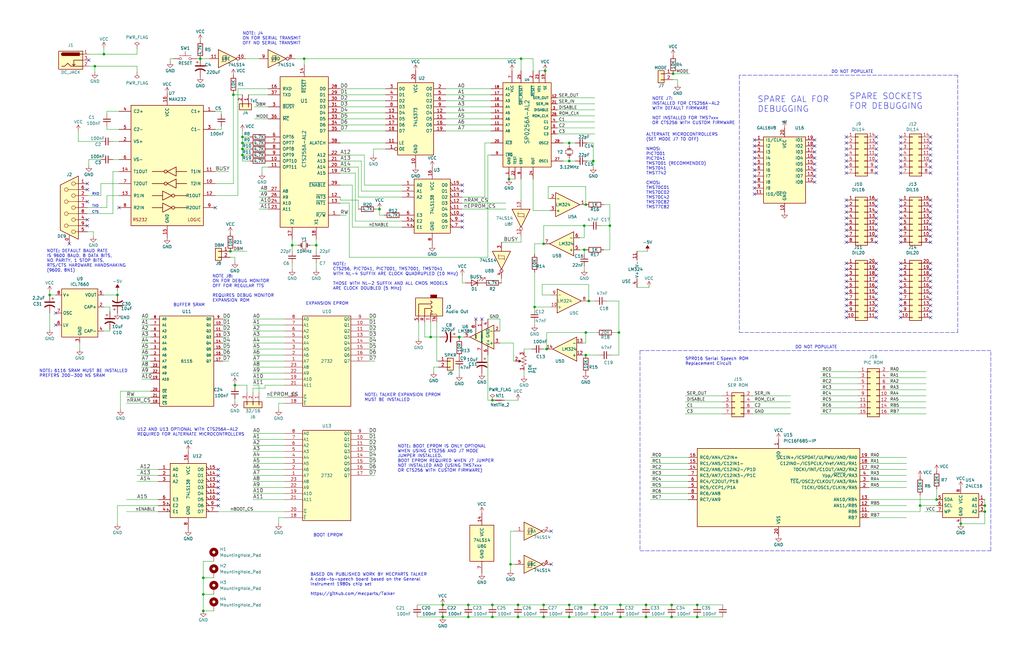
<source format=kicad_sch>
(kicad_sch (version 20211123) (generator eeschema)
  (paper "B")
  (junction (at 415.29 213.36))
  (junction (at 246.38 105.41))
  (junction (at 240.03 255.27))
  (junction (at 240.03 260.35))
  (junction (at 405.13 220.98))
  (junction (at 85.725 243.84))
  (junction (at 214.63 75.565))
  (junction (at 40.005 27.94))
  (junction (at 260.985 140.335))
  (junction (at 186.69 255.27))
  (junction (at 247.015 86.36))
  (junction (at 98.425 40.005))
  (junction (at 181.61 142.24))
  (junction (at 102.235 65.405))
  (junction (at 215.265 238.125))
  (junction (at 257.175 95.25))
  (junction (at 102.235 60.325))
  (junction (at 99.06 162.56))
  (junction (at 283.21 260.35))
  (junction (at 240.03 60.325))
  (junction (at 207.645 255.27))
  (junction (at 229.235 102.87))
  (junction (at 294.005 255.27))
  (junction (at 207.645 260.35))
  (junction (at 272.415 255.27))
  (junction (at 283.21 255.27))
  (junction (at 250.825 255.27))
  (junction (at 261.62 255.27))
  (junction (at 85.725 250.825))
  (junction (at 186.69 260.35))
  (junction (at 415.29 215.9))
  (junction (at 394.97 210.82))
  (junction (at 283.845 31.115))
  (junction (at 250.825 260.35))
  (junction (at 247.015 140.335))
  (junction (at 128.27 24.765))
  (junction (at 247.015 149.86))
  (junction (at 387.985 213.36))
  (junction (at 193.675 142.24))
  (junction (at 160.02 88.265))
  (junction (at 49.53 124.46))
  (junction (at 133.35 103.505))
  (junction (at 229.235 260.35))
  (junction (at 97.155 106.045))
  (junction (at 85.725 257.81))
  (junction (at 84.455 24.765))
  (junction (at 272.415 260.35))
  (junction (at 261.62 260.35))
  (junction (at 250.19 67.945))
  (junction (at 197.485 260.35))
  (junction (at 225.425 129.54))
  (junction (at 229.235 255.27))
  (junction (at 43.815 22.86))
  (junction (at 197.485 255.27))
  (junction (at 218.44 260.35))
  (junction (at 294.005 260.35))
  (junction (at 207.645 168.91))
  (junction (at 219.71 24.765))
  (junction (at 102.235 62.865))
  (junction (at 248.285 127))
  (junction (at 102.235 57.785))
  (junction (at 230.505 147.32))
  (junction (at 229.87 29.845))
  (junction (at 123.19 103.505))
  (junction (at 20.955 124.46))
  (junction (at 246.38 95.25))
  (junction (at 240.03 67.945))
  (junction (at 218.44 255.27))
  (no_connect (at 232.41 224.155))
  (no_connect (at 379.73 121.285))
  (no_connect (at 343.535 74.295))
  (no_connect (at 379.73 116.205))
  (no_connect (at 379.73 126.365))
  (no_connect (at 356.87 126.365))
  (no_connect (at 369.57 121.285))
  (no_connect (at 92.075 200.66))
  (no_connect (at 392.43 62.865))
  (no_connect (at 36.83 95.25))
  (no_connect (at 356.87 116.205))
  (no_connect (at 23.495 132.08))
  (no_connect (at 318.135 64.135))
  (no_connect (at 369.57 89.535))
  (no_connect (at 318.135 71.755))
  (no_connect (at 92.075 210.82))
  (no_connect (at 379.73 62.865))
  (no_connect (at 392.43 116.205))
  (no_connect (at 356.87 121.285))
  (no_connect (at 92.075 208.28))
  (no_connect (at 318.135 61.595))
  (no_connect (at 392.43 118.745))
  (no_connect (at 194.945 78.105))
  (no_connect (at 379.73 65.405))
  (no_connect (at 369.57 133.985))
  (no_connect (at 356.87 73.025))
  (no_connect (at 194.945 90.805))
  (no_connect (at 379.73 67.945))
  (no_connect (at 392.43 86.995))
  (no_connect (at 36.83 85.09))
  (no_connect (at 92.075 203.2))
  (no_connect (at 392.43 97.155))
  (no_connect (at 369.57 62.865))
  (no_connect (at 318.135 66.675))
  (no_connect (at 379.73 70.485))
  (no_connect (at 356.87 128.905))
  (no_connect (at 379.73 111.125))
  (no_connect (at 379.73 113.665))
  (no_connect (at 232.41 238.125))
  (no_connect (at 379.73 133.985))
  (no_connect (at 356.87 113.665))
  (no_connect (at 369.57 67.945))
  (no_connect (at 36.83 92.71))
  (no_connect (at 369.57 113.665))
  (no_connect (at 318.135 79.375))
  (no_connect (at 369.57 123.825))
  (no_connect (at 356.87 86.995))
  (no_connect (at 392.43 73.025))
  (no_connect (at 194.945 93.345))
  (no_connect (at 369.57 73.025))
  (no_connect (at 379.73 123.825))
  (no_connect (at 392.43 113.665))
  (no_connect (at 392.43 94.615))
  (no_connect (at 379.73 118.745))
  (no_connect (at 92.075 213.36))
  (no_connect (at 318.135 74.295))
  (no_connect (at 356.87 57.785))
  (no_connect (at 369.57 57.785))
  (no_connect (at 356.87 92.075))
  (no_connect (at 369.57 94.615))
  (no_connect (at 392.43 121.285))
  (no_connect (at 194.945 80.645))
  (no_connect (at 392.43 128.905))
  (no_connect (at 36.83 77.47))
  (no_connect (at 356.87 131.445))
  (no_connect (at 392.43 70.485))
  (no_connect (at 343.535 61.595))
  (no_connect (at 92.075 205.74))
  (no_connect (at 194.945 95.885))
  (no_connect (at 392.43 111.125))
  (no_connect (at 343.535 71.755))
  (no_connect (at 343.535 76.835))
  (no_connect (at 392.43 65.405))
  (no_connect (at 50.165 87.63))
  (no_connect (at 379.73 84.455))
  (no_connect (at 369.57 128.905))
  (no_connect (at 379.73 86.995))
  (no_connect (at 379.73 73.025))
  (no_connect (at 379.73 97.155))
  (no_connect (at 343.535 59.055))
  (no_connect (at 379.73 57.785))
  (no_connect (at 369.57 111.125))
  (no_connect (at 369.57 92.075))
  (no_connect (at 369.57 86.995))
  (no_connect (at 379.73 131.445))
  (no_connect (at 369.57 102.235))
  (no_connect (at 356.87 67.945))
  (no_connect (at 356.87 65.405))
  (no_connect (at 203.2 134.62))
  (no_connect (at 369.57 65.405))
  (no_connect (at 356.87 94.615))
  (no_connect (at 369.57 97.155))
  (no_connect (at 356.87 111.125))
  (no_connect (at 379.73 89.535))
  (no_connect (at 37.465 25.4))
  (no_connect (at 392.43 102.235))
  (no_connect (at 392.43 131.445))
  (no_connect (at 379.73 60.325))
  (no_connect (at 356.87 84.455))
  (no_connect (at 356.87 102.235))
  (no_connect (at 92.075 198.12))
  (no_connect (at 200.66 134.62))
  (no_connect (at 392.43 84.455))
  (no_connect (at 379.73 92.075))
  (no_connect (at 369.57 116.205))
  (no_connect (at 392.43 89.535))
  (no_connect (at 343.535 69.215))
  (no_connect (at 318.135 69.215))
  (no_connect (at 392.43 67.945))
  (no_connect (at 392.43 126.365))
  (no_connect (at 379.73 102.235))
  (no_connect (at 369.57 131.445))
  (no_connect (at 379.73 99.695))
  (no_connect (at 356.87 62.865))
  (no_connect (at 369.57 126.365))
  (no_connect (at 343.535 66.675))
  (no_connect (at 392.43 92.075))
  (no_connect (at 392.43 99.695))
  (no_connect (at 23.495 137.16))
  (no_connect (at 356.87 118.745))
  (no_connect (at 318.135 76.835))
  (no_connect (at 379.73 94.615))
  (no_connect (at 369.57 118.745))
  (no_connect (at 318.135 59.055))
  (no_connect (at 369.57 84.455))
  (no_connect (at 36.83 80.01))
  (no_connect (at 356.87 123.825))
  (no_connect (at 318.135 81.915))
  (no_connect (at 356.87 99.695))
  (no_connect (at 90.805 87.63))
  (no_connect (at 392.43 133.985))
  (no_connect (at 369.57 60.325))
  (no_connect (at 343.535 64.135))
  (no_connect (at 356.87 133.985))
  (no_connect (at 356.87 70.485))
  (no_connect (at 29.21 102.87))
  (no_connect (at 356.87 97.155))
  (no_connect (at 392.43 123.825))
  (no_connect (at 379.73 128.905))
  (no_connect (at 392.43 57.785))
  (no_connect (at 392.43 60.325))
  (no_connect (at 356.87 60.325))
  (no_connect (at 356.87 89.535))
  (no_connect (at 369.57 99.695))
  (no_connect (at 369.57 70.485))
  (wire (pts (xy 120.015 152.4) (xy 106.68 152.4)))
  (wire (pts (xy 254.635 105.41) (xy 257.175 105.41)))
  (wire (pts (xy 230.505 140.335) (xy 247.015 140.335)))
  (wire (pts (xy 155.575 142.24) (xy 158.115 142.24)))
  (wire (pts (xy 110.49 70.485) (xy 110.49 73.025)))
  (wire (pts (xy 415.29 213.36) (xy 415.29 210.82)))
  (wire (pts (xy 290.195 208.28) (xy 274.32 208.28)))
  (wire (pts (xy 217.17 152.4) (xy 216.535 152.4)))
  (wire (pts (xy 143.51 67.945) (xy 152.4 67.945)))
  (wire (pts (xy 83.185 24.765) (xy 84.455 24.765)))
  (wire (pts (xy 152.4 67.945) (xy 152.4 80.645)))
  (wire (pts (xy 225.425 137.16) (xy 225.425 135.89)))
  (wire (pts (xy 63.5 142.24) (xy 59.69 142.24)))
  (wire (pts (xy 157.48 62.865) (xy 162.56 62.865)))
  (wire (pts (xy 261.62 255.27) (xy 272.415 255.27)))
  (wire (pts (xy 128.27 24.765) (xy 219.71 24.765)))
  (wire (pts (xy 97.155 106.045) (xy 104.14 106.045)))
  (wire (pts (xy 120.015 154.94) (xy 106.68 154.94)))
  (wire (pts (xy 143.51 60.325) (xy 162.56 60.325)))
  (wire (pts (xy 158.75 88.265) (xy 160.02 88.265)))
  (wire (pts (xy 217.17 238.125) (xy 215.265 238.125)))
  (wire (pts (xy 57.785 27.94) (xy 57.785 30.48)))
  (wire (pts (xy 143.51 90.805) (xy 146.05 90.805)))
  (wire (pts (xy 210.82 134.62) (xy 210.82 139.7)))
  (wire (pts (xy 390.525 156.845) (xy 374.65 156.845)))
  (wire (pts (xy 230.505 147.32) (xy 230.505 140.335)))
  (wire (pts (xy 37.465 22.86) (xy 43.815 22.86)))
  (wire (pts (xy 155.575 198.12) (xy 158.115 198.12)))
  (wire (pts (xy 304.8 174.625) (xy 288.925 174.625)))
  (wire (pts (xy 197.485 255.27) (xy 207.645 255.27)))
  (wire (pts (xy 153.67 65.405) (xy 153.67 78.105)))
  (wire (pts (xy 120.015 134.62) (xy 106.68 134.62)))
  (wire (pts (xy 219.71 24.765) (xy 224.79 24.765)))
  (wire (pts (xy 175.895 255.27) (xy 186.69 255.27)))
  (wire (pts (xy 247.015 140.335) (xy 247.015 144.78)))
  (wire (pts (xy 120.015 147.32) (xy 106.68 147.32)))
  (wire (pts (xy 155.575 149.86) (xy 158.115 149.86)))
  (wire (pts (xy 187.96 52.705) (xy 207.01 52.705)))
  (wire (pts (xy 49.53 122.555) (xy 49.53 124.46)))
  (wire (pts (xy 149.86 93.345) (xy 169.545 93.345)))
  (wire (pts (xy 123.19 100.965) (xy 123.19 103.505)))
  (wire (pts (xy 187.96 37.465) (xy 207.01 37.465)))
  (wire (pts (xy 155.575 185.42) (xy 158.115 185.42)))
  (wire (pts (xy 304.8 172.085) (xy 288.925 172.085)))
  (wire (pts (xy 93.98 137.16) (xy 96.52 137.16)))
  (wire (pts (xy 93.345 46.99) (xy 93.345 48.26)))
  (wire (pts (xy 231.14 78.74) (xy 247.015 78.74)))
  (wire (pts (xy 143.51 40.005) (xy 162.56 40.005)))
  (wire (pts (xy 47.625 90.17) (xy 47.625 72.39)))
  (wire (pts (xy 207.645 255.27) (xy 218.44 255.27)))
  (wire (pts (xy 133.35 100.965) (xy 133.35 103.505)))
  (wire (pts (xy 85.725 250.825) (xy 90.17 250.825)))
  (wire (pts (xy 390.525 174.625) (xy 374.65 174.625)))
  (wire (pts (xy 250.825 56.515) (xy 234.95 56.515)))
  (wire (pts (xy 120.015 185.42) (xy 106.68 185.42)))
  (wire (pts (xy 143.51 37.465) (xy 162.56 37.465)))
  (wire (pts (xy 148.59 95.885) (xy 169.545 95.885)))
  (wire (pts (xy 143.51 42.545) (xy 162.56 42.545)))
  (wire (pts (xy 93.98 144.78) (xy 96.52 144.78)))
  (wire (pts (xy 260.985 149.86) (xy 257.81 149.86)))
  (wire (pts (xy 143.51 83.185) (xy 143.51 84.455)))
  (wire (pts (xy 247.65 60.325) (xy 250.19 60.325)))
  (wire (pts (xy 90.17 236.855) (xy 85.725 236.855)))
  (wire (pts (xy 231.14 83.82) (xy 231.14 78.74)))
  (wire (pts (xy 155.575 137.16) (xy 158.115 137.16)))
  (wire (pts (xy 42.545 77.47) (xy 50.165 77.47)))
  (wire (pts (xy 415.29 220.98) (xy 415.29 215.9)))
  (wire (pts (xy 246.38 100.33) (xy 246.38 95.25)))
  (wire (pts (xy 120.015 142.24) (xy 106.68 142.24)))
  (wire (pts (xy 109.22 80.645) (xy 113.03 80.645)))
  (wire (pts (xy 415.29 215.9) (xy 415.29 213.36)))
  (wire (pts (xy 63.5 139.7) (xy 59.69 139.7)))
  (wire (pts (xy 215.265 240.665) (xy 215.265 238.125)))
  (wire (pts (xy 390.525 169.545) (xy 374.65 169.545)))
  (wire (pts (xy 106.68 210.82) (xy 120.015 210.82)))
  (wire (pts (xy 193.04 142.24) (xy 193.675 142.24)))
  (wire (pts (xy 250.19 60.325) (xy 250.19 67.945)))
  (wire (pts (xy 268.605 106.045) (xy 273.05 106.045)))
  (wire (pts (xy 214.63 75.565) (xy 217.17 75.565)))
  (wire (pts (xy 90.805 54.61) (xy 93.345 54.61)))
  (wire (pts (xy 85.725 243.84) (xy 85.725 250.825)))
  (wire (pts (xy 390.525 161.925) (xy 374.65 161.925)))
  (wire (pts (xy 99.06 108.585) (xy 97.155 108.585)))
  (wire (pts (xy 143.51 84.455) (xy 151.13 84.455)))
  (wire (pts (xy 245.745 149.86) (xy 247.015 149.86)))
  (wire (pts (xy 42.545 77.47) (xy 42.545 82.55)))
  (wire (pts (xy 193.675 142.24) (xy 193.675 142.875)))
  (wire (pts (xy 49.53 213.36) (xy 49.53 220.98)))
  (wire (pts (xy 63.5 157.48) (xy 59.69 157.48)))
  (polyline (pts (xy 403.86 140.335) (xy 403.86 31.75)))
  (wire (pts (xy 45.085 82.55) (xy 45.085 87.63)))
  (wire (pts (xy 155.575 144.78) (xy 158.115 144.78)))
  (wire (pts (xy 229.235 260.35) (xy 240.03 260.35)))
  (wire (pts (xy 228.6 120.015) (xy 248.285 120.015)))
  (wire (pts (xy 104.14 162.56) (xy 104.14 165.735)))
  (wire (pts (xy 361.95 174.625) (xy 346.075 174.625)))
  (wire (pts (xy 102.235 62.865) (xy 102.235 65.405)))
  (wire (pts (xy 283.21 255.27) (xy 294.005 255.27)))
  (wire (pts (xy 225.425 129.54) (xy 232.41 129.54)))
  (wire (pts (xy 247.015 140.335) (xy 251.46 140.335)))
  (wire (pts (xy 106.68 163.83) (xy 111.76 163.83)))
  (wire (pts (xy 194.945 119.38) (xy 196.215 119.38)))
  (wire (pts (xy 100.33 82.55) (xy 90.805 82.55)))
  (polyline (pts (xy 269.875 232.41) (xy 417.83 232.41)))
  (wire (pts (xy 46.355 129.54) (xy 46.355 131.445)))
  (wire (pts (xy 45.085 87.63) (xy 36.83 87.63)))
  (wire (pts (xy 260.985 140.335) (xy 260.985 149.86)))
  (wire (pts (xy 382.27 198.12) (xy 366.395 198.12)))
  (wire (pts (xy 212.725 168.91) (xy 218.44 168.91)))
  (wire (pts (xy 120.015 208.28) (xy 106.68 208.28)))
  (wire (pts (xy 250.825 43.815) (xy 234.95 43.815)))
  (wire (pts (xy 120.015 195.58) (xy 106.68 195.58)))
  (wire (pts (xy 294.005 255.27) (xy 304.8 255.27)))
  (wire (pts (xy 63.5 152.4) (xy 59.69 152.4)))
  (wire (pts (xy 224.79 88.9) (xy 231.775 88.9)))
  (wire (pts (xy 390.525 159.385) (xy 374.65 159.385)))
  (wire (pts (xy 50.8 165.1) (xy 50.8 172.72)))
  (wire (pts (xy 63.5 149.86) (xy 59.69 149.86)))
  (wire (pts (xy 155.575 182.88) (xy 158.115 182.88)))
  (wire (pts (xy 228.6 124.46) (xy 228.6 120.015)))
  (wire (pts (xy 57.785 22.86) (xy 57.785 20.32)))
  (polyline (pts (xy 269.875 147.955) (xy 269.875 232.41)))
  (wire (pts (xy 111.76 163.83) (xy 111.76 162.56)))
  (wire (pts (xy 99.06 162.56) (xy 99.06 163.195)))
  (wire (pts (xy 99.06 110.49) (xy 99.06 108.585)))
  (wire (pts (xy 36.83 90.17) (xy 47.625 90.17)))
  (wire (pts (xy 240.03 60.325) (xy 242.57 60.325)))
  (wire (pts (xy 187.96 45.085) (xy 207.01 45.085)))
  (wire (pts (xy 250.19 67.945) (xy 250.19 70.485)))
  (wire (pts (xy 40.005 27.94) (xy 57.785 27.94)))
  (polyline (pts (xy 311.785 140.335) (xy 403.86 140.335)))
  (wire (pts (xy 99.06 169.545) (xy 99.06 168.275)))
  (wire (pts (xy 390.525 172.085) (xy 374.65 172.085)))
  (wire (pts (xy 247.015 149.86) (xy 252.73 149.86)))
  (wire (pts (xy 43.815 20.32) (xy 43.815 22.86)))
  (wire (pts (xy 169.545 78.105) (xy 153.67 78.105)))
  (wire (pts (xy 225.425 129.54) (xy 225.425 130.81)))
  (wire (pts (xy 160.02 88.265) (xy 160.02 90.805)))
  (wire (pts (xy 250.825 260.35) (xy 261.62 260.35)))
  (wire (pts (xy 39.37 97.79) (xy 36.83 97.79)))
  (wire (pts (xy 102.235 65.405) (xy 105.41 65.405)))
  (wire (pts (xy 53.34 215.9) (xy 66.675 215.9)))
  (wire (pts (xy 246.38 107.315) (xy 246.38 105.41)))
  (wire (pts (xy 90.805 72.39) (xy 96.52 72.39)))
  (wire (pts (xy 361.95 156.845) (xy 346.075 156.845)))
  (wire (pts (xy 120.015 218.44) (xy 117.475 218.44)))
  (wire (pts (xy 63.5 137.16) (xy 59.69 137.16)))
  (wire (pts (xy 85.725 250.825) (xy 85.725 257.81)))
  (wire (pts (xy 187.96 47.625) (xy 207.01 47.625)))
  (wire (pts (xy 290.195 205.74) (xy 274.32 205.74)))
  (wire (pts (xy 220.98 156.21) (xy 220.98 158.75)))
  (wire (pts (xy 46.355 139.065) (xy 46.355 139.7)))
  (wire (pts (xy 250.825 48.895) (xy 234.95 48.895)))
  (wire (pts (xy 250.825 255.27) (xy 261.62 255.27)))
  (wire (pts (xy 143.51 78.105) (xy 148.59 78.105)))
  (wire (pts (xy 240.03 67.945) (xy 242.57 67.945)))
  (wire (pts (xy 194.945 88.265) (xy 213.36 88.265)))
  (wire (pts (xy 232.41 124.46) (xy 228.6 124.46)))
  (wire (pts (xy 218.44 260.35) (xy 229.235 260.35)))
  (wire (pts (xy 40.005 30.48) (xy 40.005 27.94)))
  (wire (pts (xy 143.51 85.725) (xy 147.32 85.725)))
  (wire (pts (xy 215.265 224.155) (xy 217.17 224.155)))
  (wire (pts (xy 186.69 260.35) (xy 197.485 260.35)))
  (wire (pts (xy 254.635 86.36) (xy 257.175 86.36)))
  (wire (pts (xy 93.98 139.7) (xy 96.52 139.7)))
  (wire (pts (xy 53.34 210.82) (xy 66.675 210.82)))
  (wire (pts (xy 128.27 24.765) (xy 128.27 27.305)))
  (wire (pts (xy 246.38 95.25) (xy 248.285 95.25)))
  (polyline (pts (xy 269.875 147.955) (xy 417.83 147.955)))
  (wire (pts (xy 194.945 116.205) (xy 194.945 119.38)))
  (wire (pts (xy 33.02 59.69) (xy 33.02 55.245)))
  (wire (pts (xy 361.95 164.465) (xy 346.075 164.465)))
  (wire (pts (xy 143.51 73.025) (xy 149.86 73.025)))
  (wire (pts (xy 240.03 66.675) (xy 240.03 67.945)))
  (wire (pts (xy 250.825 51.435) (xy 234.95 51.435)))
  (wire (pts (xy 120.015 190.5) (xy 106.68 190.5)))
  (wire (pts (xy 290.195 203.2) (xy 274.32 203.2)))
  (wire (pts (xy 20.955 132.08) (xy 20.955 139.065)))
  (wire (pts (xy 90.805 46.99) (xy 93.345 46.99)))
  (wire (pts (xy 43.815 22.86) (xy 57.785 22.86)))
  (wire (pts (xy 120.015 193.04) (xy 106.68 193.04)))
  (polyline (pts (xy 417.83 232.41) (xy 417.83 147.955)))
  (wire (pts (xy 155.575 134.62) (xy 158.115 134.62)))
  (wire (pts (xy 93.98 149.86) (xy 96.52 149.86)))
  (wire (pts (xy 250.825 53.975) (xy 234.95 53.975)))
  (wire (pts (xy 102.235 60.325) (xy 102.235 62.865)))
  (wire (pts (xy 103.505 24.765) (xy 109.22 24.765)))
  (wire (pts (xy 361.95 159.385) (xy 346.075 159.385)))
  (wire (pts (xy 99.06 162.56) (xy 104.14 162.56)))
  (wire (pts (xy 106.68 162.56) (xy 109.22 162.56)))
  (wire (pts (xy 93.98 142.24) (xy 96.52 142.24)))
  (wire (pts (xy 197.485 260.35) (xy 207.645 260.35)))
  (wire (pts (xy 382.27 200.66) (xy 366.395 200.66)))
  (wire (pts (xy 151.13 84.455) (xy 151.13 88.265)))
  (wire (pts (xy 102.235 55.245) (xy 102.235 57.785)))
  (wire (pts (xy 176.53 142.875) (xy 176.53 135.89)))
  (wire (pts (xy 272.415 255.27) (xy 283.21 255.27)))
  (wire (pts (xy 85.725 243.84) (xy 90.17 243.84)))
  (wire (pts (xy 205.74 65.405) (xy 207.01 65.405)))
  (wire (pts (xy 100.33 37.465) (xy 100.33 82.55)))
  (wire (pts (xy 149.86 73.025) (xy 149.86 93.345)))
  (wire (pts (xy 123.19 111.125) (xy 123.19 113.665)))
  (wire (pts (xy 283.21 260.35) (xy 294.005 260.35)))
  (wire (pts (xy 181.61 142.24) (xy 185.42 142.24)))
  (wire (pts (xy 23.495 124.46) (xy 20.955 124.46)))
  (wire (pts (xy 120.015 137.16) (xy 106.68 137.16)))
  (wire (pts (xy 98.425 39.37) (xy 98.425 40.005)))
  (wire (pts (xy 155.575 152.4) (xy 158.115 152.4)))
  (wire (pts (xy 45.085 48.26) (xy 45.085 46.99)))
  (wire (pts (xy 151.13 70.485) (xy 151.13 83.185)))
  (wire (pts (xy 186.69 255.27) (xy 197.485 255.27)))
  (wire (pts (xy 219.71 24.765) (xy 219.71 29.845)))
  (wire (pts (xy 390.525 167.005) (xy 374.65 167.005)))
  (wire (pts (xy 268.605 121.285) (xy 273.685 121.285)))
  (wire (pts (xy 155.575 187.96) (xy 158.115 187.96)))
  (wire (pts (xy 205.74 168.91) (xy 207.645 168.91)))
  (wire (pts (xy 155.575 147.32) (xy 158.115 147.32)))
  (wire (pts (xy 120.015 139.7) (xy 106.68 139.7)))
  (wire (pts (xy 45.085 54.61) (xy 50.165 54.61)))
  (wire (pts (xy 143.51 55.245) (xy 162.56 55.245)))
  (wire (pts (xy 107.315 50.165) (xy 113.03 50.165)))
  (wire (pts (xy 155.575 200.66) (xy 158.115 200.66)))
  (wire (pts (xy 155.575 139.7) (xy 158.115 139.7)))
  (wire (pts (xy 63.5 134.62) (xy 59.69 134.62)))
  (wire (pts (xy 227.33 29.845) (xy 229.87 29.845)))
  (wire (pts (xy 46.355 129.54) (xy 43.815 129.54)))
  (wire (pts (xy 405.13 220.98) (xy 415.29 220.98)))
  (wire (pts (xy 187.96 42.545) (xy 207.01 42.545)))
  (wire (pts (xy 225.425 102.87) (xy 229.235 102.87)))
  (wire (pts (xy 47.625 72.39) (xy 50.165 72.39)))
  (wire (pts (xy 211.455 119.38) (xy 211.455 117.475)))
  (wire (pts (xy 85.725 257.81) (xy 90.17 257.81)))
  (wire (pts (xy 194.945 83.185) (xy 204.47 83.185)))
  (wire (pts (xy 63.5 160.02) (xy 59.69 160.02)))
  (wire (pts (xy 49.53 213.36) (xy 66.675 213.36)))
  (wire (pts (xy 387.985 215.9) (xy 387.985 213.36)))
  (wire (pts (xy 111.76 162.56) (xy 120.015 162.56)))
  (wire (pts (xy 333.375 167.005) (xy 317.5 167.005)))
  (wire (pts (xy 387.985 213.36) (xy 394.97 213.36)))
  (wire (pts (xy 120.015 203.2) (xy 106.68 203.2)))
  (wire (pts (xy 109.22 88.265) (xy 113.03 88.265)))
  (wire (pts (xy 229.235 147.32) (xy 230.505 147.32)))
  (wire (pts (xy 71.755 24.765) (xy 73.025 24.765)))
  (wire (pts (xy 361.95 169.545) (xy 346.075 169.545)))
  (wire (pts (xy 182.88 156.845) (xy 182.88 154.94)))
  (wire (pts (xy 47.625 59.69) (xy 50.165 59.69)))
  (wire (pts (xy 90.805 77.47) (xy 98.425 77.47)))
  (wire (pts (xy 290.195 195.58) (xy 274.32 195.58)))
  (wire (pts (xy 46.355 139.7) (xy 43.815 139.7)))
  (wire (pts (xy 125.73 103.505) (xy 123.19 103.505)))
  (wire (pts (xy 179.07 142.24) (xy 181.61 142.24)))
  (wire (pts (xy 333.375 174.625) (xy 317.5 174.625)))
  (wire (pts (xy 247.015 144.78) (xy 245.745 144.78)))
  (wire (pts (xy 240.03 61.595) (xy 240.03 60.325)))
  (wire (pts (xy 143.51 65.405) (xy 153.67 65.405)))
  (wire (pts (xy 160.02 90.805) (xy 161.925 90.805)))
  (wire (pts (xy 63.5 144.78) (xy 59.69 144.78)))
  (wire (pts (xy 120.015 200.66) (xy 106.68 200.66)))
  (wire (pts (xy 231.775 83.82) (xy 231.14 83.82)))
  (wire (pts (xy 109.22 85.725) (xy 113.03 85.725)))
  (wire (pts (xy 102.235 40.005) (xy 98.425 40.005)))
  (wire (pts (xy 99.06 161.925) (xy 99.06 162.56)))
  (wire (pts (xy 290.195 198.12) (xy 274.32 198.12)))
  (wire (pts (xy 143.51 47.625) (xy 162.56 47.625)))
  (wire (pts (xy 237.49 60.325) (xy 240.03 60.325)))
  (wire (pts (xy 224.79 75.565) (xy 224.79 88.9)))
  (wire (pts (xy 333.375 172.085) (xy 317.5 172.085)))
  (wire (pts (xy 182.88 154.94) (xy 184.785 154.94)))
  (wire (pts (xy 37.465 27.94) (xy 40.005 27.94)))
  (wire (pts (xy 100.33 37.465) (xy 113.03 37.465)))
  (wire (pts (xy 261.62 260.35) (xy 272.415 260.35)))
  (wire (pts (xy 93.345 54.61) (xy 93.345 53.34)))
  (wire (pts (xy 93.98 147.32) (xy 96.52 147.32)))
  (wire (pts (xy 39.37 99.695) (xy 39.37 97.79)))
  (wire (pts (xy 382.27 205.74) (xy 366.395 205.74)))
  (wire (pts (xy 272.415 260.35) (xy 283.21 260.35)))
  (wire (pts (xy 257.175 86.36) (xy 257.175 95.25)))
  (wire (pts (xy 93.98 152.4) (xy 96.52 152.4)))
  (wire (pts (xy 155.575 193.04) (xy 158.115 193.04)))
  (wire (pts (xy 184.15 152.4) (xy 184.785 152.4)))
  (wire (pts (xy 63.5 170.18) (xy 53.34 170.18)))
  (wire (pts (xy 120.015 157.48) (xy 106.68 157.48)))
  (wire (pts (xy 143.51 45.085) (xy 162.56 45.085)))
  (wire (pts (xy 42.545 82.55) (xy 36.83 82.55)))
  (wire (pts (xy 290.195 210.82) (xy 274.32 210.82)))
  (wire (pts (xy 244.475 105.41) (xy 246.38 105.41)))
  (wire (pts (xy 57.785 198.12) (xy 66.675 198.12)))
  (wire (pts (xy 366.395 215.9) (xy 387.985 215.9)))
  (wire (pts (xy 390.525 164.465) (xy 374.65 164.465)))
  (wire (pts (xy 63.5 147.32) (xy 59.69 147.32)))
  (wire (pts (xy 219.71 99.695) (xy 219.71 102.235)))
  (wire (pts (xy 187.96 40.005) (xy 207.01 40.005)))
  (polyline (pts (xy 311.785 36.83) (xy 311.785 140.335)))
  (wire (pts (xy 179.07 135.89) (xy 179.07 142.24)))
  (wire (pts (xy 247.015 86.36) (xy 247.015 78.74)))
  (polyline (pts (xy 403.86 31.75) (xy 311.785 31.75)))
  (wire (pts (xy 237.49 67.945) (xy 240.03 67.945)))
  (wire (pts (xy 37.465 67.31) (xy 37.465 69.85)))
  (wire (pts (xy 169.545 80.645) (xy 152.4 80.645)))
  (wire (pts (xy 120.015 149.86) (xy 106.68 149.86)))
  (wire (pts (xy 20.955 124.46) (xy 20.955 123.19)))
  (wire (pts (xy 124.46 24.765) (xy 128.27 24.765)))
  (wire (pts (xy 229.235 95.25) (xy 229.235 102.87)))
  (wire (pts (xy 333.375 169.545) (xy 317.5 169.545)))
  (wire (pts (xy 157.48 62.865) (xy 157.48 65.405)))
  (wire (pts (xy 290.195 193.04) (xy 274.32 193.04)))
  (wire (pts (xy 220.98 147.32) (xy 224.155 147.32)))
  (wire (pts (xy 210.82 144.78) (xy 216.535 144.78)))
  (wire (pts (xy 187.96 50.165) (xy 207.01 50.165)))
  (wire (pts (xy 229.235 95.25) (xy 246.38 95.25)))
  (wire (pts (xy 47.625 67.31) (xy 50.165 67.31)))
  (wire (pts (xy 130.81 103.505) (xy 133.35 103.505)))
  (wire (pts (xy 361.95 172.085) (xy 346.075 172.085)))
  (wire (pts (xy 394.97 206.375) (xy 394.97 210.82)))
  (wire (pts (xy 285.75 35.56) (xy 285.75 33.655)))
  (wire (pts (xy 133.35 103.505) (xy 133.35 106.045)))
  (wire (pts (xy 84.455 24.765) (xy 88.265 24.765)))
  (wire (pts (xy 248.285 120.015) (xy 248.285 127)))
  (wire (pts (xy 57.785 203.2) (xy 66.675 203.2)))
  (wire (pts (xy 382.27 193.04) (xy 366.395 193.04)))
  (wire (pts (xy 205.74 134.62) (xy 210.82 134.62)))
  (wire (pts (xy 120.015 205.74) (xy 106.68 205.74)))
  (wire (pts (xy 290.195 200.66) (xy 274.32 200.66)))
  (wire (pts (xy 92.075 215.9) (xy 120.015 215.9)))
  (wire (pts (xy 148.59 78.105) (xy 148.59 95.885)))
  (wire (pts (xy 257.175 95.25) (xy 257.175 105.41)))
  (wire (pts (xy 45.085 46.99) (xy 50.165 46.99)))
  (wire (pts (xy 57.785 200.66) (xy 66.675 200.66)))
  (wire (pts (xy 246.38 105.41) (xy 247.015 105.41)))
  (wire (pts (xy 133.35 111.125) (xy 133.35 113.665)))
  (wire (pts (xy 246.38 113.665) (xy 246.38 112.395)))
  (wire (pts (xy 143.51 70.485) (xy 151.13 70.485)))
  (wire (pts (xy 175.895 260.35) (xy 186.69 260.35)))
  (wire (pts (xy 247.65 67.945) (xy 250.19 67.945)))
  (wire (pts (xy 240.03 260.35) (xy 250.825 260.35)))
  (wire (pts (xy 253.365 95.25) (xy 257.175 95.25)))
  (wire (pts (xy 187.96 55.245) (xy 207.01 55.245)))
  (wire (pts (xy 109.22 162.56) (xy 109.22 165.735)))
  (wire (pts (xy 106.68 165.735) (xy 106.68 163.83)))
  (wire (pts (xy 304.8 167.005) (xy 288.925 167.005)))
  (wire (pts (xy 285.75 33.655) (xy 283.845 33.655)))
  (wire (pts (xy 219.71 75.565) (xy 219.71 84.455)))
  (wire (pts (xy 247.65 127) (xy 248.285 127)))
  (wire (pts (xy 143.51 50.165) (xy 162.56 50.165)))
  (wire (pts (xy 229.235 255.27) (xy 240.03 255.27)))
  (wire (pts (xy 117.475 218.44) (xy 117.475 220.98)))
  (wire (pts (xy 240.03 255.27) (xy 250.825 255.27)))
  (wire (pts (xy 117.475 170.18) (xy 117.475 172.72)))
  (wire (pts (xy 109.22 83.185) (xy 113.03 83.185)))
  (wire (pts (xy 366.395 210.82) (xy 394.97 210.82)))
  (wire (pts (xy 33.02 59.69) (xy 42.545 59.69)))
  (wire (pts (xy 205.74 65.405) (xy 205.74 108.585)))
  (wire (pts (xy 102.235 57.785) (xy 105.41 57.785)))
  (wire (pts (xy 102.235 60.325) (xy 105.41 60.325)))
  (wire (pts (xy 45.085 53.34) (xy 45.085 54.61)))
  (wire (pts (xy 382.27 218.44) (xy 366.395 218.44)))
  (wire (pts (xy 98.425 40.005) (xy 98.425 77.47)))
  (wire (pts (xy 382.27 203.2) (xy 366.395 203.2)))
  (wire (pts (xy 63.5 165.1) (xy 50.8 165.1)))
  (wire (pts (xy 120.015 160.02) (xy 106.68 160.02)))
  (wire (pts (xy 211.455 102.235) (xy 219.71 102.235)))
  (wire (pts (xy 147.32 85.725) (xy 147.32 108.585)))
  (wire (pts (xy 120.015 170.18) (xy 117.475 170.18)))
  (wire (pts (xy 194.945 85.725) (xy 213.36 85.725)))
  (wire (pts (xy 102.235 62.865) (xy 105.41 62.865)))
  (wire (pts (xy 49.53 124.46) (xy 43.815 124.46)))
  (wire (pts (xy 184.15 135.89) (xy 184.15 152.4)))
  (wire (pts (xy 120.015 182.88) (xy 106.68 182.88)))
  (wire (pts (xy 361.95 167.005) (xy 346.075 167.005)))
  (wire (pts (xy 85.725 236.855) (xy 85.725 243.84)))
  (wire (pts (xy 169.545 83.185) (xy 151.13 83.185)))
  (wire (pts (xy 387.985 208.915) (xy 387.985 213.36)))
  (wire (pts (xy 120.015 144.78) (xy 106.68 144.78)))
  (wire (pts (xy 193.675 155.575) (xy 193.675 158.115)))
  (wire (pts (xy 259.08 140.335) (xy 260.985 140.335)))
  (wire (pts (xy 255.905 127) (xy 260.985 127)))
  (polyline (pts (xy 311.785 31.75) (xy 311.785 36.83)))
  (wire (pts (xy 155.575 195.58) (xy 158.115 195.58)))
  (wire (pts (xy 102.235 57.785) (xy 102.235 60.325)))
  (wire (pts (xy 260.985 127) (xy 260.985 140.335)))
  (wire (pts (xy 93.98 134.62) (xy 96.52 134.62)))
  (wire (pts (xy 147.32 108.585) (xy 205.74 108.585)))
  (wire (pts (xy 382.27 213.36) (xy 366.395 213.36)))
  (wire (pts (xy 181.61 135.89) (xy 181.61 142.24)))
  (wire (pts (xy 204.47 60.325) (xy 207.01 60.325)))
  (wire (pts (xy 63.5 167.64) (xy 53.34 167.64)))
  (wire (pts (xy 220.98 147.32) (xy 220.98 148.59)))
  (wire (pts (xy 250.825 41.275) (xy 234.95 41.275)))
  (wire (pts (xy 42.545 67.31) (xy 37.465 67.31)))
  (wire (pts (xy 113.03 70.485) (xy 110.49 70.485)))
  (wire (pts (xy 389.89 215.9) (xy 394.97 215.9)))
  (wire (pts (xy 304.8 169.545) (xy 288.925 169.545)))
  (wire (pts (xy 104.775 40.005) (xy 113.03 40.005)))
  (wire (pts (xy 216.535 152.4) (xy 216.535 144.78)))
  (wire (pts (xy 193.675 142.24) (xy 195.58 142.24)))
  (wire (pts (xy 225.425 102.87) (xy 225.425 107.315)))
  (wire (pts (xy 204.47 60.325) (xy 204.47 83.185)))
  (wire (pts (xy 143.51 52.705) (xy 162.56 52.705)))
  (wire (pts (xy 224.79 24.765) (xy 224.79 29.845)))
  (wire (pts (xy 205.74 149.86) (xy 205.74 168.91)))
  (wire (pts (xy 248.285 127) (xy 250.825 127)))
  (wire (pts (xy 71.755 26.035) (xy 71.755 24.765)))
  (wire (pts (xy 250.825 46.355) (xy 234.95 46.355)))
  (wire (pts (xy 155.575 190.5) (xy 158.115 190.5)))
  (wire (pts (xy 120.015 167.64) (xy 112.395 167.64)))
  (wire (pts (xy 33.655 147.32) (xy 33.655 144.78)))
  (wire (pts (xy 294.005 260.35) (xy 304.8 260.35)))
  (wire (pts (xy 45.085 82.55) (xy 50.165 82.55)))
  (wire (pts (xy 244.475 100.33) (xy 246.38 100.33)))
  (wire (pts (xy 63.5 154.94) (xy 59.69 154.94)))
  (wire (pts (xy 102.235 65.405) (xy 102.235 67.945)))
  (wire (pts (xy 361.95 161.925) (xy 346.075 161.925)))
  (wire (pts (xy 382.27 195.58) (xy 366.395 195.58)))
  (wire (pts (xy 102.235 67.945) (xy 105.41 67.945)))
  (wire (pts (xy 120.015 187.96) (xy 106.68 187.96)))
  (wire (pts (xy 120.015 198.12) (xy 106.68 198.12)))
  (wire (pts (xy 283.845 31.115) (xy 290.83 31.115)))
  (wire (pts (xy 207.645 260.35) (xy 218.44 260.35)))
  (wire (pts (xy 218.44 255.27) (xy 229.235 255.27)))
  (wire (pts (xy 215.265 224.155) (xy 215.265 238.125)))
  (wire (pts (xy 225.425 114.935) (xy 225.425 129.54)))
  (wire (pts (xy 107.315 45.085) (xy 113.03 45.085)))
  (wire (pts (xy 123.19 103.505) (xy 123.19 106.045)))
  (text "TXD" (at 38.735 87.63 0) (effects (font (size 1.016 1.016)) (justify left bottom)))
  (text "BOOT EPROM" (at 132.08 226.695 0) (effects (font (size 1.27 1.27)) (justify left bottom)))
  (text "SPR016 Serial Speech ROM\nReplacement Circuit" (at 288.925 154.305 0) (effects (font (size 1.27 1.27)) (justify left bottom)))
  (text "NOTE J7:\nINSTALLED FOR CTS256A-AL2 \nWITH DEFAULT FIRMWARE\n\nNOT INSTALLED FOR TMS7xxx \nOR CTS256 WITH CUSTOM FIRMWARE" (at 274.955 52.705 0) (effects (font (size 1.27 1.27)) (justify left bottom)))
  (text "CTS" (at 38.735 90.17 0) (effects (font (size 1.016 1.016)) (justify left bottom)))
  (text "DO NOT POPULATE" (at 350.52 31.115 0) (effects (font (size 1.27 1.27)) (justify left bottom)))
  (text "SPARE SOCKETS\nFOR DEBUGGING" (at 358.14 46.355 0) (effects (font (size 2.54 2.54)) (justify left bottom)))
  (text "RXD" (at 38.735 82.55 0) (effects (font (size 1.016 1.016)) (justify left bottom)))
  (text "NOTE: \nCTS256, PIC7041, PIC7001, TMS7001, TMS7041 \nWITH NL-4 SUFFIX ARE CLOCK QUADRUPLED (10 MHz)\n\nTHOSE WITH NL-2 SUFFIX AND ALL CMOS MODELS\nARE CLOCK DOUBLED (5 MHz)" (at 140.335 122.555 0) (effects (font (size 1.27 1.27)) (justify left bottom)))
  (text "NOTE: BOOT EPROM IS ONLY OPTIONAL\nWHEN USING CTS256 AND J7 MODE\nJUMPER INSTALLED. \nBOOT EPROM REQUIRED WHEN J7 JUMPER\nNOT INSTALLED AND (USING TMS7xxx\nOR CTS256 WITH CUSTOM FIRMWARE)" (at 167.64 199.39 0) (effects (font (size 1.27 1.27)) (justify left bottom)))
  (text "NOTE J8:\nON FOR DEBUG MONITOR\nOFF FOR REGULAR TTS\n\nREQUIRES DEBUG MONITOR\nEXPANSION ROM" (at 89.535 127.635 0) (effects (font (size 1.27 1.27)) (justify left bottom)))
  (text "EXPANSION EPROM" (at 128.905 128.905 0) (effects (font (size 1.27 1.27)) (justify left bottom)))
  (text "NOTE: 6116 SRAM MUST BE INSTALLED\nPREFERS 200-300 NS SRAM" (at 16.51 159.385 0) (effects (font (size 1.27 1.27)) (justify left bottom)))
  (text "SPARE GAL FOR\nDEBUGGING" (at 319.405 47.625 0) (effects (font (size 2.54 2.54)) (justify left bottom)))
  (text "DO NOT POPULATE" (at 335.28 147.32 0) (effects (font (size 1.27 1.27)) (justify left bottom)))
  (text "ALTERNATE MICROCONTROLLERS\n(SET MODE J7 TO OFF)\n\nNMOS:\nPIC7001\nPIC7041\nTMS7001 (RECOMMENDED)\nTMS7041\nTMS7742\n\nCMOS:\nTMS70C01\nTMS70C02\nTMS70C42\nTMS70C82\nTMS77C82" (at 272.415 88.265 0) (effects (font (size 1.27 1.27)) (justify left bottom)))
  (text "NOTE: J4\nON FOR SERIAL TRANSMIT\nOFF NO SERIAL TRANSMIT" (at 102.235 19.05 0) (effects (font (size 1.27 1.27)) (justify left bottom)))
  (text "BASED ON PUBLISHED WORK BY MECPARTS TALKER\nA code-to-speech board based on the General\nInstrument 1980s chip set\n\nhttps://github.com/mecparts/Talker" (at 130.81 251.46 0) (effects (font (size 1.27 1.27)) (justify left bottom)))
  (text "NOTE: DEFAULT BAUD RATE\nIS 9600 BAUD, 8 DATA BITS,\nNO PARITY, 1 STOP BITS,\nRTS/CTS HARDWARE HANDSHAKING\n(9600, 8N1)" (at 19.685 114.935 0) (effects (font (size 1.27 1.27)) (justify left bottom)))
  (text "NOTE: TALKER EXPANSION EPROM\nMUST BE INSTALLED" (at 153.67 169.545 0) (effects (font (size 1.27 1.27)) (justify left bottom)))
  (text "U12 AND U13 OPTIONAL WITH CTS256A-AL2\nREQUIRED FOR ALTERNATE MICROCONTROLLERS" (at 57.785 184.15 0) (effects (font (size 1.27 1.27)) (justify left bottom)))
  (text "BUFFER SRAM" (at 73.025 129.54 0) (effects (font (size 1.27 1.27)) (justify left bottom)))
  (label "A9" (at 106.68 205.74 0) (effects (font (size 1.524 1.524))))
  (label "A7" (at 106.68 152.4 0) (effects (font (size 1.524 1.524))))
  (label "DBM" (at 107.95 45.085 0))
  (label "A3" (at 106.68 142.24 0) (effects (font (size 1.524 1.524))))
  (label "GND" (at 206.375 134.62 0))
  (label "A15" (at 143.51 73.025 0) (effects (font (size 1.524 1.524))))
  (label "D1" (at 155.575 137.16 0) (effects (font (size 1.524 1.524))))
  (label "RC2" (at 274.955 198.12 0))
  (label "A3" (at 106.68 190.5 0) (effects (font (size 1.524 1.524))))
  (label "nEPROM_CS" (at 112.395 167.64 0) (effects (font (size 1.524 1.524))))
  (label "A0" (at 193.04 37.465 0) (effects (font (size 1.524 1.524))))
  (label "nENABLE" (at 57.15 215.9 0))
  (label "A11" (at 109.855 88.265 0) (effects (font (size 1.524 1.524))))
  (label "D3" (at 93.98 142.24 0) (effects (font (size 1.524 1.524))))
  (label "RA0" (at 367.03 193.04 0))
  (label "RA1" (at 367.03 195.58 0))
  (label "D3" (at 155.575 142.24 0) (effects (font (size 1.524 1.524))))
  (label "A9" (at 109.855 83.185 0) (effects (font (size 1.524 1.524))))
  (label "A10" (at 109.855 85.725 0) (effects (font (size 1.524 1.524))))
  (label "A0" (at 106.68 182.88 0) (effects (font (size 1.524 1.524))))
  (label "A2" (at 193.04 42.545 0) (effects (font (size 1.524 1.524))))
  (label "A5" (at 106.68 147.32 0) (effects (font (size 1.524 1.524))))
  (label "A9" (at 106.68 157.48 0) (effects (font (size 1.524 1.524))))
  (label "A13" (at 143.51 67.945 0) (effects (font (size 1.524 1.524))))
  (label "A11" (at 106.68 210.82 0) (effects (font (size 1.524 1.524))))
  (label "RA3" (at 367.03 200.66 0))
  (label "A1" (at 106.68 185.42 0) (effects (font (size 1.524 1.524))))
  (label "A1" (at 193.04 40.005 0) (effects (font (size 1.524 1.524))))
  (label "RA1" (at 375.285 159.385 0))
  (label "DISABLE" (at 289.56 169.545 0))
  (label "A8" (at 106.68 203.2 0) (effects (font (size 1.524 1.524))))
  (label "ROM_CLK" (at 318.135 169.545 0))
  (label "D2" (at 93.98 139.7 0) (effects (font (size 1.524 1.524))))
  (label "RC0" (at 274.955 193.04 0))
  (label "nENABLE" (at 155.575 95.885 0))
  (label "RC6" (at 274.955 208.28 0))
  (label "A1" (at 106.68 137.16 0) (effects (font (size 1.524 1.524))))
  (label "A4" (at 106.68 144.78 0) (effects (font (size 1.524 1.524))))
  (label "A4" (at 106.68 193.04 0) (effects (font (size 1.524 1.524))))
  (label "D5" (at 93.98 147.32 0) (effects (font (size 1.524 1.524))))
  (label "RC6" (at 346.71 172.085 0))
  (label "RC3" (at 274.955 200.66 0))
  (label "VCC" (at 390.525 215.9 0))
  (label "GND" (at 318.135 174.625 0))
  (label "A4" (at 59.69 144.78 0) (effects (font (size 1.524 1.524))))
  (label "D0" (at 93.98 134.62 0) (effects (font (size 1.524 1.524))))
  (label "DBM" (at 98.425 106.045 0))
  (label "RA2" (at 375.285 161.925 0))
  (label "nRAM_CS" (at 53.34 170.18 0) (effects (font (size 1.524 1.524))))
  (label "RA2" (at 367.03 198.12 0))
  (label "ROM_CLK" (at 235.585 48.895 0))
  (label "A5" (at 59.69 147.32 0) (effects (font (size 1.524 1.524))))
  (label "C3" (at 235.585 56.515 0))
  (label "A7" (at 193.04 55.245 0) (effects (font (size 1.524 1.524))))
  (label "MODE" (at 107.95 50.165 0))
  (label "RC0" (at 346.71 156.845 0))
  (label "A6" (at 106.68 149.86 0) (effects (font (size 1.524 1.524))))
  (label "A5" (at 193.04 50.165 0) (effects (font (size 1.524 1.524))))
  (label "A7" (at 59.69 152.4 0) (effects (font (size 1.524 1.524))))
  (label "BUSY" (at 218.44 102.235 180) (effects (font (size 1.524 1.524))))
  (label "D4" (at 155.575 193.04 0) (effects (font (size 1.524 1.524))))
  (label "RA0" (at 375.285 156.845 0))
  (label "RC4" (at 274.955 203.2 0))
  (label "D5" (at 155.575 147.32 0) (effects (font (size 1.524 1.524))))
  (label "D2" (at 143.51 42.545 0) (effects (font (size 1.524 1.524))))
  (label "A0" (at 106.68 134.62 0) (effects (font (size 1.524 1.524))))
  (label "C2" (at 235.585 53.975 0))
  (label "RC7" (at 274.955 210.82 0))
  (label "nEPROM_CS" (at 195.58 88.265 0) (effects (font (size 1.524 1.524))))
  (label "A6" (at 59.69 149.86 0) (effects (font (size 1.524 1.524))))
  (label "RC2" (at 346.71 161.925 0))
  (label "D6" (at 93.98 149.86 0) (effects (font (size 1.524 1.524))))
  (label "A3" (at 59.69 142.24 0) (effects (font (size 1.524 1.524))))
  (label "D0" (at 155.575 182.88 0) (effects (font (size 1.524 1.524))))
  (label "RB7" (at 367.03 218.44 0))
  (label "SER_IN" (at 318.135 167.005 0))
  (label "RA4" (at 367.03 203.2 0))
  (label "A9" (at 59.69 157.48 0) (effects (font (size 1.524 1.524))))
  (label "SER_OUT" (at 235.585 41.275 0))
  (label "D5" (at 155.575 195.58 0) (effects (font (size 1.524 1.524))))
  (label "RB7" (at 375.285 174.625 0))
  (label "D7" (at 155.575 152.4 0) (effects (font (size 1.524 1.524))))
  (label "SER_OUT" (at 289.56 167.005 0))
  (label "D5" (at 143.51 50.165 0) (effects (font (size 1.524 1.524))))
  (label "A2" (at 106.68 139.7 0) (effects (font (size 1.524 1.524))))
  (label "RB5" (at 367.03 213.36 0))
  (label "D7" (at 143.51 55.245 0) (effects (font (size 1.524 1.524))))
  (label "A12" (at 143.51 65.405 0) (effects (font (size 1.524 1.524))))
  (label "D3" (at 143.51 45.085 0) (effects (font (size 1.524 1.524))))
  (label "nRAM_CS" (at 195.58 85.725 0) (effects (font (size 1.524 1.524))))
  (label "D1" (at 155.575 185.42 0) (effects (font (size 1.524 1.524))))
  (label "A10" (at 106.68 160.02 0) (effects (font (size 1.524 1.524))))
  (label "RC3" (at 346.71 164.465 0))
  (label "D4" (at 155.575 144.78 0) (effects (font (size 1.524 1.524))))
  (label "A1" (at 59.69 137.16 0) (effects (font (size 1.524 1.524))))
  (label "A14" (at 143.51 70.485 0) (effects (font (size 1.524 1.524))))
  (label "A10" (at 106.68 208.28 0) (effects (font (size 1.524 1.524))))
  (label "RB5" (at 375.285 172.085 0))
  (label "A13" (at 59.055 200.66 0) (effects (font (size 1.524 1.524))))
  (label "A5" (at 106.68 195.58 0) (effects (font (size 1.524 1.524))))
  (label "A12" (at 59.055 198.12 0) (effects (font (size 1.524 1.524))))
  (label "A15" (at 57.785 210.82 0) (effects (font (size 1.524 1.524))))
  (label "C2" (at 318.135 172.085 0))
  (label "MODE" (at 285.115 31.115 0))
  (label "BUSY" (at 90.805 72.39 0) (effects (font (size 1.524 1.524))))
  (label "D2" (at 155.575 139.7 0) (effects (font (size 1.524 1.524))))
  (label "D7" (at 93.98 152.4 0) (effects (font (size 1.524 1.524))))
  (label "A8" (at 106.68 154.94 0) (effects (font (size 1.524 1.524))))
  (label "RC4" (at 346.71 167.005 0))
  (label "RW" (at 143.51 90.805 0) (effects (font (size 1.524 1.524))))
  (label "SER_IN" (at 235.585 43.815 0))
  (label "RA5" (at 367.03 205.74 0))
  (label "RW" (at 53.34 167.64 0) (effects (font (size 1.524 1.524))))
  (label "D6" (at 143.51 52.705 0) (effects (font (size 1.524 1.524))))
  (label "A3" (at 193.04 45.085 0) (effects (font (size 1.524 1.524))))
  (label "RC5" (at 346.71 169.545 0))
  (label "A0" (at 59.69 134.62 0) (effects (font (size 1.524 1.524))))
  (label "A11" (at 106.68 162.56 0) (effects (font (size 1.524 1.524))))
  (label "A2" (at 106.68 187.96 0) (effects (font (size 1.524 1.524))))
  (label "A10" (at 59.69 160.02 0) (effects (font (size 1.524 1.524))))
  (label "D1" (at 93.98 137.16 0) (effects (font (size 1.524 1.524))))
  (label "D0" (at 143.51 37.465 0) (effects (font (size 1.524 1.524))))
  (label "D1" (at 143.51 40.005 0) (effects (font (size 1.524 1.524))))
  (label "nBOOT_CS" (at 97.155 215.9 0))
  (label "A4" (at 193.04 47.625 0) (effects (font (size 1.524 1.524))))
  (label "RC5" (at 274.955 205.74 0))
  (label "RC7" (at 346.71 174.625 0))
  (label "D4" (at 93.98 144.78 0) (effects (font (size 1.524 1.524))))
  (label "A7" (at 106.68 200.66 0) (effects (font (size 1.524 1.524))))
  (label "D2" (at 155.575 187.96 0) (effects (font (size 1.524 1.524))))
  (label "D7" (at 155.575 200.66 0) (effects (font (size 1.524 1.524))))
  (label "A2" (at 59.69 139.7 0) (effects (font (size 1.524 1.524))))
  (label "C3" (at 289.56 174.625 0))
  (label "D4" (at 143.51 47.625 0) (effects (font (size 1.524 1.524))))
  (label "A14" (at 59.055 203.2 0) (effects (font (size 1.524 1.524))))
  (label "A8" (at 59.69 154.94 0) (effects (font (size 1.524 1.524))))
  (label "RA4" (at 375.285 167.005 0))
  (label "A6" (at 193.04 52.705 0) (effects (font (size 1.524 1.524))))
  (label "D6" (at 155.575 198.12 0) (effects (font (size 1.524 1.524))))
  (label "D0" (at 155.575 134.62 0) (effects (font (size 1.524 1.524))))
  (label "RC1" (at 346.71 159.385 0))
  (label "D6" (at 155.575 149.86 0) (effects (font (size 1.524 1.524))))
  (label "C1" (at 289.56 172.085 0))
  (label "RA3" (at 375.285 164.465 0))
  (label "RC1" (at 274.955 195.58 0))
  (label "A8" (at 109.855 80.645 0) (effects (font (size 1.524 1.524))))
  (label "A6" (at 106.68 198.12 0) (effects (font (size 1.524 1.524))))
  (label "DISABLE" (at 235.585 46.355 0))
  (label "RA5" (at 375.285 169.545 0))
  (label "C1" (at 235.585 51.435 0))
  (label "D3" (at 155.575 190.5 0) (effects (font (size 1.524 1.524))))
  (symbol (lib_id "Archer:SP0256A-AL2") (at 222.25 52.705 0) (unit 1)
    (property "Reference" "U4" (at 222.25 33.655 0) (effects (font (size 1.016 1.016))))
    (property "Value" "SP0256A-AL2" (at 222.25 51.435 90) (effects (font (size 1.778 1.778))))
    (property "Footprint" "Package_DIP:DIP-28_W15.24mm_Socket_LongPads" (effects hide))
  )
  (symbol (lib_id "power:GND") (at 214.63 75.565 0) (unit 1)
    (property "Reference" "#PWR031" (effects hide))
    (property "Value" "GND" (at 214.63 79.375 0))
  )
  (symbol (lib_id "Device:Crystal_Small") (at 240.03 64.135 90) (unit 1)
    (property "Reference" "Y2" (at 236.22 64.135 90))
    (property "Value" "3.12MHz" (at 240.03 70.485 90))
    (property "Footprint" "Crystal:Crystal_HC49-U_Vertical" (effects hide))
  )
  (symbol (lib_id "Device:C_Small") (at 245.11 60.325 270) (unit 1)
    (property "Reference" "C14" (at 246.38 61.595 90) (effects (justify left)))
    (property "Value" "22pF" (at 243.84 57.785 90) (effects (justify left)))
    (property "Footprint" "Capacitor_THT:C_Disc_D5.0mm_W2.5mm_P5.00mm" (effects hide))
  )
  (symbol (lib_id "Device:C_Small") (at 245.11 67.945 270) (unit 1)
    (property "Reference" "C15" (at 246.38 69.215 90) (effects (justify left)))
    (property "Value" "22pF" (at 243.84 65.405 90) (effects (justify left)))
    (property "Footprint" "Capacitor_THT:C_Disc_D5.0mm_W2.5mm_P5.00mm" (effects hide))
  )
  (symbol (lib_id "power:GND") (at 250.19 70.485 0) (unit 1)
    (property "Reference" "#PWR034" (effects hide))
    (property "Value" "GND" (at 250.19 74.295 0))
  )
  (symbol (lib_id "74xx:74LS138") (at 182.245 85.725 0) (unit 1)
    (property "Reference" "U3" (at 184.15 71.755 0))
    (property "Value" "74LS138" (at 182.245 86.36 90))
    (property "Footprint" "Package_DIP:DIP-16_W7.62mm_Socket_LongPads" (effects hide))
    (property "Datasheet" "http://www.ti.com/lit/gpn/sn74LS138" (effects hide))
  )
  (symbol (lib_id "Device:Crystal_Small") (at 128.27 103.505 0) (unit 1)
    (property "Reference" "Y1" (at 128.27 100.965 0))
    (property "Value" "10MHz" (at 128.27 106.045 0))
    (property "Footprint" "Crystal:Crystal_HC49-4H_Vertical" (effects hide))
  )
  (symbol (lib_id "Archer:CTS256A-AL2") (at 128.27 62.865 0) (unit 1)
    (property "Reference" "U1" (at 128.27 42.545 0) (effects (font (size 1.524 1.524))))
    (property "Value" "CTS256A-AL2" (at 128.27 62.865 90) (effects (font (size 1.524 1.524))))
    (property "Footprint" "Package_DIP:DIP-40_W15.24mm_Socket_LongPads" (effects hide))
  )
  (symbol (lib_id "Archer:6116") (at 78.74 152.4 0) (unit 1)
    (property "Reference" "U11" (at 78.74 131.445 0))
    (property "Value" "6116" (at 78.74 152.4 0))
    (property "Footprint" "Package_DIP:DIP-24_W15.24mm_Socket_LongPads" (effects hide))
  )
  (symbol (lib_id "Archer:2732") (at 137.795 152.4 0) (unit 1)
    (property "Reference" "U10" (at 137.795 131.445 0))
    (property "Value" "2732" (at 137.795 152.4 0))
    (property "Footprint" "Package_DIP:DIP-24_W15.24mm_Socket_LongPads" (effects hide))
  )
  (symbol (lib_id "Device:C_Small") (at 123.19 108.585 0) (mirror x) (unit 1)
    (property "Reference" "C6" (at 119.38 111.125 0) (effects (justify left)))
    (property "Value" "22pF" (at 118.11 106.045 0) (effects (justify left)))
    (property "Footprint" "Capacitor_THT:C_Disc_D5.0mm_W2.5mm_P5.00mm" (effects hide))
  )
  (symbol (lib_id "Device:C_Small") (at 133.35 108.585 0) (mirror x) (unit 1)
    (property "Reference" "C7" (at 134.62 111.125 0) (effects (justify left)))
    (property "Value" "22pF" (at 134.62 106.045 0) (effects (justify left)))
    (property "Footprint" "Capacitor_THT:C_Disc_D5.0mm_W2.5mm_P5.00mm" (effects hide))
  )
  (symbol (lib_id "power:GND") (at 133.35 113.665 0) (unit 1)
    (property "Reference" "#PWR021" (effects hide))
    (property "Value" "GND" (at 133.35 117.475 0))
  )
  (symbol (lib_id "power:GND") (at 123.19 113.665 0) (unit 1)
    (property "Reference" "#PWR020" (effects hide))
    (property "Value" "GND" (at 123.19 117.475 0))
  )
  (symbol (lib_id "Connector:Barrel_Jack_Switch") (at 29.845 25.4 0) (unit 1)
    (property "Reference" "J1" (at 29.845 19.05 0))
    (property "Value" "DC_JACK" (at 29.845 30.48 0))
    (property "Footprint" "Connector_BarrelJack:BarrelJack_Horizontal" (effects hide))
  )
  (symbol (lib_id "power:VCC") (at 43.815 20.32 0) (unit 1)
    (property "Reference" "#PWR08" (effects hide))
    (property "Value" "VCC" (at 43.815 16.51 0))
  )
  (symbol (lib_id "power:PWR_FLAG") (at 57.785 20.32 0) (unit 1)
    (property "Reference" "#FLG01" (effects hide))
    (property "Value" "PWR_FLAG" (at 57.785 15.748 0))
  )
  (symbol (lib_id "power:GND") (at 40.005 30.48 0) (unit 1)
    (property "Reference" "#PWR07" (effects hide))
    (property "Value" "GND" (at 40.005 34.29 0))
  )
  (symbol (lib_id "power:PWR_FLAG") (at 57.785 30.48 180) (unit 1)
    (property "Reference" "#FLG02" (effects hide))
    (property "Value" "PWR_FLAG" (at 57.785 35.052 0))
  )
  (symbol (lib_id "power:GND") (at 157.48 65.405 0) (unit 1)
    (property "Reference" "#PWR022" (effects hide))
    (property "Value" "GND" (at 157.48 69.215 0))
  )
  (symbol (lib_id "power:GND") (at 49.53 220.98 0) (unit 1)
    (property "Reference" "#PWR09" (effects hide))
    (property "Value" "GND" (at 49.53 224.79 0))
  )
  (symbol (lib_id "Device:R") (at 84.455 20.955 0) (unit 1)
    (property "Reference" "R5" (at 87.63 20.955 0))
    (property "Value" "4.7K" (at 84.455 20.955 90))
    (property "Footprint" "Resistor_THT:R_Axial_DIN0207_L6.3mm_D2.5mm_P7.62mm_Horizontal" (effects hide))
  )
  (symbol (lib_id "power:GND") (at 117.475 172.72 0) (unit 1)
    (property "Reference" "#PWR019" (effects hide))
    (property "Value" "GND" (at 117.475 176.53 0))
  )
  (symbol (lib_id "power:VCC") (at 84.455 17.145 0) (unit 1)
    (property "Reference" "#PWR014" (effects hide))
    (property "Value" "VCC" (at 84.455 13.335 0))
  )
  (symbol (lib_id "power:GND") (at 84.455 32.385 0) (unit 1)
    (property "Reference" "#PWR015" (effects hide))
    (property "Value" "GND" (at 84.455 36.195 0))
  )
  (symbol (lib_id "74xx:74LS14") (at 95.885 24.765 0) (unit 5)
    (property "Reference" "U8" (at 95.25 24.765 0))
    (property "Value" "74LS14" (at 99.695 27.305 0))
    (property "Footprint" "Package_DIP:DIP-14_W7.62mm_Socket_LongPads" (effects hide))
    (property "Datasheet" "http://www.ti.com/lit/gpn/sn74LS14" (effects hide))
  )
  (symbol (lib_id "74xx:74LS14") (at 116.84 24.765 0) (unit 4)
    (property "Reference" "U8" (at 116.205 24.765 0))
    (property "Value" "74LS14" (at 120.65 27.305 0))
    (property "Footprint" "Package_DIP:DIP-14_W7.62mm_Socket_LongPads" (effects hide))
    (property "Datasheet" "http://www.ti.com/lit/gpn/sn74LS14" (effects hide))
  )
  (symbol (lib_id "power:VCC") (at 160.02 88.265 0) (unit 1)
    (property "Reference" "#PWR023" (effects hide))
    (property "Value" "VCC" (at 160.02 84.455 0))
  )
  (symbol (lib_id "Device:R") (at 165.735 90.805 270) (unit 1)
    (property "Reference" "R12" (at 165.735 88.9 90))
    (property "Value" "4.7K" (at 165.735 90.805 90))
    (property "Footprint" "Resistor_THT:R_Axial_DIN0207_L6.3mm_D2.5mm_P7.62mm_Horizontal" (effects hide))
  )
  (symbol (lib_id "power:VCC") (at 102.235 55.245 0) (unit 1)
    (property "Reference" "#PWR016" (effects hide))
    (property "Value" "VCC" (at 105.41 53.34 0))
  )
  (symbol (lib_id "power:GND") (at 110.49 73.025 0) (unit 1)
    (property "Reference" "#PWR018" (effects hide))
    (property "Value" "GND" (at 110.49 76.835 0))
  )
  (symbol (lib_id "Device:C_Small") (at 45.085 67.31 270) (unit 1)
    (property "Reference" "C3" (at 40.005 68.58 90) (effects (justify left)))
    (property "Value" "100nF" (at 38.1 66.04 90) (effects (justify left)))
    (property "Footprint" "Capacitor_THT:C_Disc_D5.0mm_W2.5mm_P5.00mm" (effects hide))
  )
  (symbol (lib_id "Device:C_Small") (at 45.085 59.69 270) (unit 1)
    (property "Reference" "C2" (at 40.005 60.96 90) (effects (justify left)))
    (property "Value" "100nF" (at 38.1 58.42 90) (effects (justify left)))
    (property "Footprint" "Capacitor_THT:C_Disc_D5.0mm_W2.5mm_P5.00mm" (effects hide))
  )
  (symbol (lib_id "Device:C_Small") (at 45.085 50.8 180) (unit 1)
    (property "Reference" "C1" (at 40.005 49.53 0) (effects (justify left)))
    (property "Value" "100nF" (at 42.545 52.07 0) (effects (justify left)))
    (property "Footprint" "Capacitor_THT:C_Disc_D5.0mm_W2.5mm_P5.00mm" (effects hide))
  )
  (symbol (lib_id "Device:C_Small") (at 93.345 50.8 180) (unit 1)
    (property "Reference" "C5" (at 93.345 45.72 0) (effects (justify left)))
    (property "Value" "100nF" (at 94.615 56.515 0) (effects (justify left)))
    (property "Footprint" "Capacitor_THT:C_Disc_D5.0mm_W2.5mm_P5.00mm" (effects hide))
  )
  (symbol (lib_id "power:GND") (at 37.465 69.85 0) (unit 1)
    (property "Reference" "#PWR04" (effects hide))
    (property "Value" "GND" (at 37.465 73.66 0))
  )
  (symbol (lib_id "Connector:DB9_Female_MountingHoles") (at 29.21 87.63 0) (mirror y) (unit 1)
    (property "Reference" "J2" (at 29.21 73.66 0))
    (property "Value" "DE9" (at 26.035 99.695 0))
    (property "Footprint" "Connector_Dsub:DSUB-9_Female_Horizontal_P2.77x2.84mm_EdgePinOffset7.70mm_Housed_MountingHolesOffset9.12mm" (effects hide))
    (property "Datasheet" " ~" (effects hide))
  )
  (symbol (lib_id "power:GND") (at 39.37 99.695 0) (unit 1)
    (property "Reference" "#PWR05" (effects hide))
    (property "Value" "GND" (at 39.37 103.505 0))
  )
  (symbol (lib_id "Amplifier_Operational:LM324") (at 239.395 86.36 0) (mirror x) (unit 1)
    (property "Reference" "U5" (at 239.395 91.44 0) (effects (justify left)))
    (property "Value" "LM324" (at 234.315 86.36 0) (effects (justify left)))
    (property "Footprint" "Package_DIP:DIP-14_W7.62mm_Socket_LongPads" (effects hide))
    (property "Datasheet" "http://www.ti.com/lit/ds/symlink/lm2902-n.pdf" (effects hide))
  )
  (symbol (lib_id "Amplifier_Operational:LM324") (at 236.855 102.87 180) (unit 2)
    (property "Reference" "U5" (at 236.855 107.95 0) (effects (justify left)))
    (property "Value" "LM324" (at 241.935 102.87 0) (effects (justify left)))
    (property "Footprint" "Package_DIP:DIP-14_W7.62mm_Socket_LongPads" (effects hide))
    (property "Datasheet" "http://www.ti.com/lit/ds/symlink/lm2902-n.pdf" (effects hide))
  )
  (symbol (lib_id "Amplifier_Operational:LM324") (at 240.03 127 0) (mirror x) (unit 3)
    (property "Reference" "U5" (at 240.03 132.08 0) (effects (justify left)))
    (property "Value" "LM324" (at 234.95 127 0) (effects (justify left)))
    (property "Footprint" "Package_DIP:DIP-14_W7.62mm_Socket_LongPads" (effects hide))
    (property "Datasheet" "http://www.ti.com/lit/ds/symlink/lm2902-n.pdf" (effects hide))
  )
  (symbol (lib_id "Amplifier_Operational:LM324") (at 238.125 147.32 180) (unit 4)
    (property "Reference" "U5" (at 238.125 152.4 0) (effects (justify left)))
    (property "Value" "LM324" (at 243.205 147.32 0) (effects (justify left)))
    (property "Footprint" "Package_DIP:DIP-14_W7.62mm_Socket_LongPads" (effects hide))
    (property "Datasheet" "http://www.ti.com/lit/ds/symlink/lm2902-n.pdf" (effects hide))
  )
  (symbol (lib_id "74xx:74LS14") (at 219.71 92.075 270) (unit 6)
    (property "Reference" "U8" (at 214.63 94.615 90))
    (property "Value" "74LS14" (at 212.725 92.075 90))
    (property "Footprint" "Package_DIP:DIP-14_W7.62mm_Socket_LongPads" (effects hide))
    (property "Datasheet" "http://www.ti.com/lit/gpn/sn74LS14" (effects hide))
  )
  (symbol (lib_id "Device:R") (at 250.825 86.36 270) (unit 1)
    (property "Reference" "R16" (at 250.825 88.392 90))
    (property "Value" "1K" (at 250.825 86.36 90))
    (property "Footprint" "Resistor_THT:R_Axial_DIN0207_L6.3mm_D2.5mm_P7.62mm_Horizontal" (effects hide))
  )
  (symbol (lib_id "Device:C_Small") (at 250.825 95.25 270) (unit 1)
    (property "Reference" "C17" (at 253.365 92.71 90) (effects (justify left)))
    (property "Value" "47nF" (at 247.65 92.71 90) (effects (justify left)))
    (property "Footprint" "Capacitor_THT:C_Disc_D5.0mm_W2.5mm_P5.00mm" (effects hide))
  )
  (symbol (lib_id "Device:R") (at 250.825 105.41 270) (unit 1)
    (property "Reference" "R17" (at 250.825 107.442 90))
    (property "Value" "1K" (at 250.825 105.41 90))
    (property "Footprint" "Resistor_THT:R_Axial_DIN0207_L6.3mm_D2.5mm_P7.62mm_Horizontal" (effects hide))
  )
  (symbol (lib_id "Device:C_Small") (at 246.38 109.855 0) (mirror y) (unit 1)
    (property "Reference" "C16" (at 246.126 108.077 0) (effects (justify left)))
    (property "Value" "22nF" (at 246.126 111.887 0) (effects (justify left)))
    (property "Footprint" "Capacitor_THT:C_Disc_D5.0mm_W2.5mm_P5.00mm" (effects hide))
  )
  (symbol (lib_id "power:GND") (at 246.38 113.665 0) (unit 1)
    (property "Reference" "#PWR032" (effects hide))
    (property "Value" "GND" (at 246.38 117.475 0))
  )
  (symbol (lib_id "Device:R") (at 225.425 111.125 0) (unit 1)
    (property "Reference" "R14" (at 227.965 112.395 0))
    (property "Value" "10K" (at 225.425 111.125 90))
    (property "Footprint" "Resistor_THT:R_Axial_DIN0207_L6.3mm_D2.5mm_P7.62mm_Horizontal" (effects hide))
  )
  (symbol (lib_id "Device:C_Small") (at 225.425 133.35 0) (unit 1)
    (property "Reference" "C12" (at 225.679 131.572 0) (effects (justify left)))
    (property "Value" "47nF" (at 225.679 135.382 0) (effects (justify left)))
    (property "Footprint" "Capacitor_THT:C_Disc_D5.0mm_W2.5mm_P5.00mm" (effects hide))
  )
  (symbol (lib_id "power:GND") (at 225.425 137.16 0) (unit 1)
    (property "Reference" "#PWR029" (effects hide))
    (property "Value" "GND" (at 225.425 140.97 0))
  )
  (symbol (lib_id "Device:R") (at 247.015 153.67 0) (unit 1)
    (property "Reference" "R15" (at 250.19 154.94 0))
    (property "Value" "10K" (at 247.015 153.67 90))
    (property "Footprint" "Resistor_THT:R_Axial_DIN0207_L6.3mm_D2.5mm_P7.62mm_Horizontal" (effects hide))
  )
  (symbol (lib_id "power:GND") (at 247.015 157.48 0) (unit 1)
    (property "Reference" "#PWR033" (effects hide))
    (property "Value" "GND" (at 247.015 161.29 0))
  )
  (symbol (lib_id "Device:C_Small") (at 255.27 149.86 270) (unit 1)
    (property "Reference" "C19" (at 254.635 153.035 90) (effects (justify left)))
    (property "Value" "47nF" (at 253.365 146.685 90) (effects (justify left)))
    (property "Footprint" "Capacitor_THT:C_Disc_D5.0mm_W2.5mm_P5.00mm" (effects hide))
  )
  (symbol (lib_id "Device:R") (at 255.27 140.335 270) (unit 1)
    (property "Reference" "R18" (at 255.27 142.367 90))
    (property "Value" "20K" (at 255.27 140.335 90))
    (property "Footprint" "Resistor_THT:R_Axial_DIN0207_L6.3mm_D2.5mm_P7.62mm_Horizontal" (effects hide))
  )
  (symbol (lib_id "Device:C_Small") (at 253.365 127 270) (unit 1)
    (property "Reference" "C18" (at 252.73 130.175 90) (effects (justify left)))
    (property "Value" "47nF" (at 251.46 123.825 90) (effects (justify left)))
    (property "Footprint" "Capacitor_THT:C_Disc_D5.0mm_W2.5mm_P5.00mm" (effects hide))
  )
  (symbol (lib_id "74xx:74LS373") (at 175.26 50.165 0) (unit 1)
    (property "Reference" "U2" (at 177.8 33.02 0))
    (property "Value" "74LS373" (at 175.26 49.53 90))
    (property "Footprint" "Package_DIP:DIP-20_W7.62mm_Socket_LongPads" (effects hide))
    (property "Datasheet" "http://www.ti.com/lit/gpn/sn74LS373" (effects hide))
  )
  (symbol (lib_id "power:GND") (at 203.2 157.48 0) (unit 1)
    (property "Reference" "#PWR026" (effects hide))
    (property "Value" "GND" (at 203.2 161.29 0))
  )
  (symbol (lib_id "Device:R") (at 193.675 146.685 0) (unit 1)
    (property "Reference" "R13" (at 196.215 147.955 0))
    (property "Value" "10R" (at 193.675 146.685 90))
    (property "Footprint" "Resistor_THT:R_Axial_DIN0207_L6.3mm_D2.5mm_P7.62mm_Horizontal" (effects hide))
  )
  (symbol (lib_id "Device:C_Small") (at 193.675 153.035 0) (unit 1)
    (property "Reference" "C9" (at 193.929 151.257 0) (effects (justify left)))
    (property "Value" "47nF" (at 193.929 155.067 0) (effects (justify left)))
    (property "Footprint" "Capacitor_THT:C_Disc_D5.0mm_W2.5mm_P5.00mm" (effects hide))
  )
  (symbol (lib_id "power:GND") (at 193.675 158.115 0) (unit 1)
    (property "Reference" "#PWR025" (effects hide))
    (property "Value" "GND" (at 193.675 161.925 0))
  )
  (symbol (lib_id "Device:C_Polarized_US") (at 189.23 142.24 270) (unit 1)
    (property "Reference" "C8" (at 187.96 137.16 90) (effects (justify left)))
    (property "Value" "220uF" (at 186.055 139.065 90) (effects (justify left)))
    (property "Footprint" "Capacitor_THT:CP_Radial_D6.3mm_P2.50mm" (effects hide))
  )
  (symbol (lib_id "Device:C_Small") (at 226.695 147.32 270) (unit 1)
    (property "Reference" "C13" (at 226.06 150.495 90) (effects (justify left)))
    (property "Value" "100nF" (at 224.79 144.145 90) (effects (justify left)))
    (property "Footprint" "Capacitor_THT:C_Disc_D5.0mm_W2.5mm_P5.00mm" (effects hide))
  )
  (symbol (lib_id "Device:R_Potentiometer_US") (at 220.98 152.4 180) (unit 1)
    (property "Reference" "P1" (at 225.425 156.21 90))
    (property "Value" "10K" (at 223.52 155.575 90))
    (property "Footprint" "Potentiometer:Potentiometer_Bourns_PTV111-1_Single_Horizontal" (effects hide))
  )
  (symbol (lib_id "power:GND") (at 220.98 158.75 0) (unit 1)
    (property "Reference" "#PWR028" (effects hide))
    (property "Value" "GND" (at 220.98 162.56 0))
  )
  (symbol (lib_id "power:GND") (at 176.53 142.875 0) (unit 1)
    (property "Reference" "#PWR024" (effects hide))
    (property "Value" "GND" (at 176.53 146.685 0))
  )
  (symbol (lib_id "Audio_Jack:AudioJack3_SwitchT") (at 179.07 130.81 90) (mirror x) (unit 1)
    (property "Reference" "J3" (at 187.96 129.54 90) (effects (justify right)))
    (property "Value" "Audio Out" (at 187.96 131.445 90) (effects (justify right)))
    (property "Footprint" "Audio Jack:Jack_3.5mm_CUI_SJ1-3544_Horizontal" (effects hide))
  )
  (symbol (lib_id "Device:C_Small") (at 207.645 257.81 180) (unit 1)
    (property "Reference" "C23" (at 203.2 256.54 0) (effects (justify left)))
    (property "Value" "100nF" (at 205.74 259.08 0) (effects (justify left)))
    (property "Footprint" "Capacitor_THT:C_Disc_D5.0mm_W2.5mm_P5.00mm" (effects hide))
  )
  (symbol (lib_id "Device:C_Small") (at 186.69 257.81 180) (unit 1)
    (property "Reference" "C20" (at 181.61 256.54 0) (effects (justify left)))
    (property "Value" "100nF" (at 184.15 259.08 0) (effects (justify left)))
    (property "Footprint" "Capacitor_THT:C_Disc_D5.0mm_W2.5mm_P5.00mm" (effects hide))
  )
  (symbol (lib_id "Device:C_Polarized_US") (at 84.455 28.575 0) (unit 1)
    (property "Reference" "C4" (at 86.36 27.305 0) (effects (justify left)))
    (property "Value" "220uF" (at 86.995 30.48 0) (effects (justify left)))
    (property "Footprint" "Capacitor_THT:CP_Radial_D6.3mm_P2.50mm" (effects hide))
  )
  (symbol (lib_id "Device:C_Small") (at 197.485 257.81 180) (unit 1)
    (property "Reference" "C22" (at 192.405 256.54 0) (effects (justify left)))
    (property "Value" "100nF" (at 194.945 259.08 0) (effects (justify left)))
    (property "Footprint" "Capacitor_THT:C_Disc_D5.0mm_W2.5mm_P5.00mm" (effects hide))
  )
  (symbol (lib_id "Device:C_Small") (at 218.44 257.81 180) (unit 1)
    (property "Reference" "C25" (at 213.36 256.54 0) (effects (justify left)))
    (property "Value" "100nF" (at 215.9 259.08 0) (effects (justify left)))
    (property "Footprint" "Capacitor_THT:C_Disc_D5.0mm_W2.5mm_P5.00mm" (effects hide))
  )
  (symbol (lib_id "Device:C_Small") (at 229.235 257.81 180) (unit 1)
    (property "Reference" "C26" (at 224.155 256.54 0) (effects (justify left)))
    (property "Value" "100nF" (at 226.695 259.08 0) (effects (justify left)))
    (property "Footprint" "Capacitor_THT:C_Disc_D5.0mm_W2.5mm_P5.00mm" (effects hide))
  )
  (symbol (lib_id "Device:C_Small") (at 240.03 257.81 180) (unit 1)
    (property "Reference" "C27" (at 234.95 256.54 0) (effects (justify left)))
    (property "Value" "100nF" (at 237.49 259.08 0) (effects (justify left)))
    (property "Footprint" "Capacitor_THT:C_Disc_D5.0mm_W2.5mm_P5.00mm" (effects hide))
  )
  (symbol (lib_id "Device:C_Small") (at 261.62 257.81 180) (unit 1)
    (property "Reference" "C29" (at 256.54 256.54 0) (effects (justify left)))
    (property "Value" "100nF" (at 259.08 259.08 0) (effects (justify left)))
    (property "Footprint" "Capacitor_THT:C_Disc_D5.0mm_W2.5mm_P5.00mm" (effects hide))
  )
  (symbol (lib_id "Device:C_Small") (at 99.06 165.735 180) (unit 1)
    (property "Reference" "C24" (at 93.98 164.465 0) (effects (justify left)))
    (property "Value" "100nF" (at 96.52 167.005 0) (effects (justify left)))
    (property "Footprint" "Capacitor_THT:C_Disc_D5.0mm_W2.5mm_P5.00mm" (effects hide))
  )
  (symbol (lib_id "power:VCC") (at 99.06 161.925 0) (unit 1)
    (property "Reference" "#PWR036" (effects hide))
    (property "Value" "VCC" (at 99.06 158.115 0))
  )
  (symbol (lib_id "power:GND") (at 99.06 169.545 0) (unit 1)
    (property "Reference" "#PWR037" (effects hide))
    (property "Value" "GND" (at 99.06 173.355 0))
  )
  (symbol (lib_id "74xx:74LS14") (at 224.79 224.155 0) (unit 1)
    (property "Reference" "U8" (at 224.155 224.155 0))
    (property "Value" "74LS14" (at 228.6 226.695 0))
    (property "Footprint" "Package_DIP:DIP-14_W7.62mm_Socket_LongPads" (effects hide))
    (property "Datasheet" "http://www.ti.com/lit/gpn/sn74LS14" (effects hide))
  )
  (symbol (lib_id "74xx:74LS14") (at 211.455 109.855 270) (unit 2)
    (property "Reference" "U8" (at 206.375 114.3 90))
    (property "Value" "74LS14" (at 205.74 109.855 90))
    (property "Footprint" "Package_DIP:DIP-14_W7.62mm_Socket_LongPads" (effects hide))
    (property "Datasheet" "http://www.ti.com/lit/gpn/sn74LS14" (effects hide))
  )
  (symbol (lib_id "74xx:74LS14") (at 224.79 238.125 0) (unit 3)
    (property "Reference" "U8" (at 224.155 238.125 0))
    (property "Value" "74LS14" (at 228.6 240.665 0))
    (property "Footprint" "Package_DIP:DIP-14_W7.62mm_Socket_LongPads" (effects hide))
    (property "Datasheet" "http://www.ti.com/lit/gpn/sn74LS14" (effects hide))
  )
  (symbol (lib_id "Device:C_Small") (at 250.825 257.81 180) (unit 1)
    (property "Reference" "C28" (at 245.745 256.54 0) (effects (justify left)))
    (property "Value" "100nF" (at 248.285 259.08 0) (effects (justify left)))
    (property "Footprint" "Capacitor_THT:C_Disc_D5.0mm_W2.5mm_P5.00mm" (effects hide))
  )
  (symbol (lib_id "Connector_Generic:Conn_01x02") (at 189.865 152.4 0) (unit 1)
    (property "Reference" "J5" (at 188.595 157.48 0) (effects (justify left)))
    (property "Value" "SPKR" (at 187.325 149.86 0) (effects (justify left)))
    (property "Footprint" "Connector_Molex:Molex_KK-254_AE-6410-02A_1x02_P2.54mm_Vertical" (effects hide))
  )
  (symbol (lib_id "Device:C_Small") (at 175.895 257.81 180) (unit 1)
    (property "Reference" "C21" (at 170.815 256.54 0) (effects (justify left)))
    (property "Value" "100nF" (at 173.355 259.08 0) (effects (justify left)))
    (property "Footprint" "Capacitor_THT:C_Disc_D5.0mm_W2.5mm_P5.00mm" (effects hide))
  )
  (symbol (lib_id "power:GND") (at 182.88 156.845 0) (unit 1)
    (property "Reference" "#PWR054" (effects hide))
    (property "Value" "GND" (at 182.88 160.655 0))
  )
  (symbol (lib_id "Device:R") (at 98.425 35.56 0) (unit 1)
    (property "Reference" "R1" (at 101.6 35.56 0))
    (property "Value" "10K" (at 98.425 35.56 90))
    (property "Footprint" "Resistor_THT:R_Axial_DIN0207_L6.3mm_D2.5mm_P7.62mm_Horizontal" (effects hide))
  )
  (symbol (lib_id "power:VCC") (at 98.425 31.75 0) (unit 1)
    (property "Reference" "#PWR052" (effects hide))
    (property "Value" "VCC" (at 101.6 29.845 0))
  )
  (symbol (lib_id "power:GND") (at 215.265 240.665 0) (unit 1)
    (property "Reference" "#PWR0101" (effects hide))
    (property "Value" "GND" (at 215.265 244.475 0))
  )
  (symbol (lib_id "Switch:SW_Push") (at 78.105 24.765 0) (unit 1)
    (property "Reference" "SW1" (at 78.105 20.32 0))
    (property "Value" "RESET" (at 78.105 26.67 0))
    (property "Footprint" "Button_Switch_THT:SW_PUSH_6mm" (effects hide))
  )
  (symbol (lib_id "power:GND") (at 71.755 26.035 0) (unit 1)
    (property "Reference" "#PWR053" (effects hide))
    (property "Value" "GND" (at 71.755 29.845 0))
  )
  (symbol (lib_id "power:VCC") (at 33.02 55.245 0) (unit 1)
    (property "Reference" "#PWR0103" (effects hide))
    (property "Value" "VCC" (at 33.02 51.435 0))
  )
  (symbol (lib_id "Connector_Generic:Conn_01x02") (at 104.775 45.085 270) (unit 1)
    (property "Reference" "J4" (at 102.235 47.625 90) (effects (justify left)))
    (property "Value" "TxE" (at 105.41 42.545 90) (effects (justify left)))
    (property "Footprint" "Connector_PinHeader_2.54mm:PinHeader_1x02_P2.54mm_Vertical" (effects hide))
  )
  (symbol (lib_id "Connector_Generic:Conn_01x03") (at 106.68 170.815 270) (unit 1)
    (property "Reference" "J6" (at 105.41 175.895 90) (effects (justify left)))
    (property "Value" "32/16" (at 103.505 173.355 90) (effects (justify left)))
    (property "Footprint" "Connector_PinHeader_2.54mm:PinHeader_1x03_P2.54mm_Vertical" (effects hide))
  )
  (symbol (lib_id "Device:R") (at 207.645 119.38 270) (unit 1)
    (property "Reference" "R2" (at 207.645 121.92 90))
    (property "Value" "4.7K" (at 207.645 119.38 90))
    (property "Footprint" "Resistor_THT:R_Axial_DIN0207_L6.3mm_D2.5mm_P7.62mm_Horizontal" (effects hide))
  )
  (symbol (lib_id "Device:C_Polarized_US") (at 203.2 153.67 0) (mirror y) (unit 1)
    (property "Reference" "C11" (at 197.485 153.67 0) (effects (justify right)))
    (property "Value" "10uF" (at 196.85 151.765 0) (effects (justify right)))
    (property "Footprint" "Capacitor_THT:CP_Radial_D5.0mm_P2.00mm" (effects hide))
  )
  (symbol (lib_id "Device:LED") (at 200.025 119.38 180) (unit 1)
    (property "Reference" "D1" (at 200.025 121.92 0))
    (property "Value" "BUSY" (at 200.66 116.84 0))
    (property "Footprint" "LED_THT:LED_D3.0mm" (effects hide))
  )
  (symbol (lib_id "power:VCC") (at 194.945 116.205 0) (unit 1)
    (property "Reference" "#PWR0102" (effects hide))
    (property "Value" "VCC" (at 194.945 112.395 0))
  )
  (symbol (lib_id "Regulator_SwitchedCapacitor:ICL7660") (at 33.655 132.08 0) (unit 1)
    (property "Reference" "U9" (at 33.655 117.6782 0))
    (property "Value" "ICL7660" (at 33.655 119.9896 0))
    (property "Footprint" "Package_DIP:DIP-8_W7.62mm_Socket_LongPads" (effects hide))
    (property "Datasheet" "http://datasheets.maximintegrated.com/en/ds/ICL7660-MAX1044.pdf" (effects hide))
  )
  (symbol (lib_id "power:GND") (at 33.655 147.32 0) (unit 1)
    (property "Reference" "#PWR055" (effects hide))
    (property "Value" "GND" (at 33.655 151.13 0))
  )
  (symbol (lib_id "Device:C_Polarized_US") (at 46.355 135.255 0) (unit 1)
    (property "Reference" "C10" (at 51.435 140.335 0) (effects (justify right)))
    (property "Value" "10uF" (at 52.07 137.795 0) (effects (justify right)))
    (property "Footprint" "Capacitor_THT:CP_Radial_D5.0mm_P2.00mm" (effects hide))
  )
  (symbol (lib_id "Device:C_Polarized_US") (at 20.955 128.27 0) (mirror y) (unit 1)
    (property "Reference" "C31" (at 17.78 128.27 0) (effects (justify left)))
    (property "Value" "2.2uF" (at 19.05 125.73 0) (effects (justify left)))
    (property "Footprint" "Capacitor_THT:CP_Radial_Tantal_D5.0mm_P2.50mm" (effects hide))
  )
  (symbol (lib_id "Device:C_Polarized_US") (at 49.53 128.27 0) (mirror x) (unit 1)
    (property "Reference" "C30" (at 55.245 128.27 0) (effects (justify right)))
    (property "Value" "10uF" (at 55.88 130.175 0) (effects (justify right)))
    (property "Footprint" "Capacitor_THT:CP_Radial_D5.0mm_P2.00mm" (effects hide))
  )
  (symbol (lib_id "power:GND") (at 20.955 139.065 0) (unit 1)
    (property "Reference" "#PWR058" (effects hide))
    (property "Value" "GND" (at 20.955 142.875 0))
  )
  (symbol (lib_id "power:GND") (at 49.53 132.08 0) (unit 1)
    (property "Reference" "#PWR057" (effects hide))
    (property "Value" "GND" (at 52.705 133.985 0))
  )
  (symbol (lib_id "power:-5V") (at 49.53 122.555 0) (unit 1)
    (property "Reference" "#PWR056" (effects hide))
    (property "Value" "V-" (at 49.53 118.745 0))
  )
  (symbol (lib_id "Mechanical:MountingHole_Pad") (at 90.17 241.3 0) (unit 1)
    (property "Reference" "H2" (at 92.71 238.7599 0) (effects (justify left)))
    (property "Value" "MountingHole_Pad" (at 92.71 241.2999 0) (effects (justify left)))
    (property "Footprint" "MountingHole:MountingHole_3.2mm_M3_Pad" (effects hide))
  )
  (symbol (lib_id "power:VCC") (at 20.955 123.19 0) (unit 1)
    (property "Reference" "#PWR06" (effects hide))
    (property "Value" "VCC" (at 20.955 119.38 0))
  )
  (symbol (lib_id "power:VCC") (at 175.26 29.845 0) (unit 1)
    (property "Reference" "#PWR027" (effects hide))
    (property "Value" "VCC" (at 175.26 26.035 0))
  )
  (symbol (lib_id "Connector_Generic:Conn_01x02") (at 92.075 106.045 0) (mirror y) (unit 1)
    (property "Reference" "J8" (at 93.345 111.125 0) (effects (justify left)))
    (property "Value" "DBM" (at 94.615 103.505 0) (effects (justify left)))
    (property "Footprint" "Connector_PinHeader_2.54mm:PinHeader_1x02_P2.54mm_Vertical" (effects hide))
  )
  (symbol (lib_id "power:VCC") (at 229.87 29.845 0) (unit 1)
    (property "Reference" "#PWR012" (effects hide))
    (property "Value" "VCC" (at 229.87 26.035 0))
  )
  (symbol (lib_id "Connector_Generic:Conn_02x08_Counter_Clockwise") (at 361.95 92.075 0) (unit 1)
    (property "Reference" "J10" (at 361.95 77.724 0))
    (property "Value" "DIL16" (at 361.95 80.0354 0))
    (property "Footprint" "Package_DIP:DIP-16_W7.62mm_Socket_LongPads" (effects hide))
  )
  (symbol (lib_id "Connector_Generic:Conn_02x04_Odd_Even") (at 309.88 169.545 0) (unit 1)
    (property "Reference" "J15" (at 311.15 160.02 0))
    (property "Value" "SER ROM" (at 311.15 162.56 0))
    (property "Footprint" "Connector_PinHeader_2.54mm:PinHeader_2x04_P2.54mm_Vertical" (effects hide))
  )
  (symbol (lib_id "power:GND") (at 175.26 70.485 0) (unit 1)
    (property "Reference" "#PWR061" (effects hide))
    (property "Value" "GND" (at 175.26 74.295 0))
  )
  (symbol (lib_id "Connector_Generic:Conn_01x02") (at 278.765 31.115 0) (mirror y) (unit 1)
    (property "Reference" "J7" (at 280.035 36.195 0) (effects (justify left)))
    (property "Value" "MODE" (at 281.305 28.575 0) (effects (justify left)))
    (property "Footprint" "Connector_PinHeader_2.54mm:PinHeader_1x02_P2.54mm_Vertical" (effects hide))
  )
  (symbol (lib_id "power:VCC") (at 203.2 216.535 0) (unit 1)
    (property "Reference" "#PWR013" (effects hide))
    (property "Value" "VCC" (at 203.2 212.725 0))
  )
  (symbol (lib_id "Device:R") (at 109.22 65.405 270) (unit 1)
    (property "Reference" "R11" (at 104.14 64.135 90))
    (property "Value" "4.7K" (at 109.22 65.405 90))
    (property "Footprint" "Resistor_THT:R_Axial_DIN0207_L6.3mm_D2.5mm_P7.62mm_Horizontal" (effects hide))
  )
  (symbol (lib_id "Logic_Programmable:GAL16V8") (at 330.835 71.755 0) (unit 1)
    (property "Reference" "U16" (at 337.185 53.975 0))
    (property "Value" "GAL16V8" (at 323.215 53.975 0))
    (property "Footprint" "Package_DIP:DIP-20_W7.62mm_Socket_LongPads" (effects hide))
  )
  (symbol (lib_id "power:VCC") (at 186.69 255.27 0) (unit 1)
    (property "Reference" "#PWR0108" (effects hide))
    (property "Value" "VCC" (at 186.69 251.46 0))
  )
  (symbol (lib_id "Device:R") (at 387.985 205.105 0) (unit 1)
    (property "Reference" "R6" (at 391.16 205.105 0))
    (property "Value" "10K" (at 387.985 205.105 90))
    (property "Footprint" "Resistor_THT:R_Axial_DIN0207_L6.3mm_D2.5mm_P7.62mm_Horizontal" (effects hide))
  )
  (symbol (lib_id "power:VCC") (at 273.685 121.285 0) (unit 1)
    (property "Reference" "#PWR010" (effects hide))
    (property "Value" "VCC" (at 273.685 117.475 0))
  )
  (symbol (lib_id "power:GND") (at 182.245 103.505 0) (unit 1)
    (property "Reference" "#PWR0111" (effects hide))
    (property "Value" "GND" (at 182.245 107.315 0))
  )
  (symbol (lib_id "power:VCC") (at 79.375 190.5 0) (unit 1)
    (property "Reference" "#PWR0113" (effects hide))
    (property "Value" "VCC" (at 79.375 186.69 0))
  )
  (symbol (lib_id "Device:C_Small") (at 294.005 257.81 180) (unit 1)
    (property "Reference" "C34" (at 288.925 256.54 0) (effects (justify left)))
    (property "Value" "100nF" (at 291.465 259.08 0) (effects (justify left)))
    (property "Footprint" "Capacitor_THT:C_Disc_D5.0mm_W2.5mm_P5.00mm" (effects hide))
  )
  (symbol (lib_id "power:GND") (at 70.485 100.33 0) (unit 1)
    (property "Reference" "#PWR063" (effects hide))
    (property "Value" "GND" (at 70.485 104.14 0))
  )
  (symbol (lib_id "power:PWR_FLAG") (at 207.645 168.91 0) (unit 1)
    (property "Reference" "#FLG03" (effects hide))
    (property "Value" "PWR_FLAG" (at 210.82 164.465 0))
  )
  (symbol (lib_id "Device:R") (at 109.22 62.865 270) (unit 1)
    (property "Reference" "R10" (at 104.14 61.595 90))
    (property "Value" "4.7K" (at 109.22 62.865 90))
    (property "Footprint" "Resistor_THT:R_Axial_DIN0207_L6.3mm_D2.5mm_P7.62mm_Horizontal" (effects hide))
  )
  (symbol (lib_id "power:GND") (at 117.475 220.98 0) (unit 1)
    (property "Reference" "#PWR0106" (effects hide))
    (property "Value" "GND" (at 117.475 224.79 0))
  )
  (symbol (lib_id "power:VCC") (at 182.245 70.485 0) (unit 1)
    (property "Reference" "#PWR0112" (effects hide))
    (property "Value" "VCC" (at 182.245 66.675 0))
  )
  (symbol (lib_id "power:VCC") (at 283.845 23.495 0) (unit 1)
    (property "Reference" "#PWR017" (effects hide))
    (property "Value" "VCC" (at 283.845 19.685 0))
  )
  (symbol (lib_id "Device:R") (at 394.97 202.565 0) (unit 1)
    (property "Reference" "R7" (at 398.145 202.565 0))
    (property "Value" "10K" (at 394.97 202.565 90))
    (property "Footprint" "Resistor_THT:R_Axial_DIN0207_L6.3mm_D2.5mm_P7.62mm_Horizontal" (effects hide))
  )
  (symbol (lib_id "Connector_Generic:Conn_02x07_Counter_Clockwise") (at 361.95 65.405 0) (unit 1)
    (property "Reference" "J9" (at 361.95 52.324 0))
    (property "Value" "DIL14" (at 361.95 54.6354 0))
    (property "Footprint" "Package_DIP:DIP-14_W7.62mm_Socket_LongPads" (effects hide))
  )
  (symbol (lib_id "power:VCC") (at 70.485 39.37 0) (unit 1)
    (property "Reference" "#PWR062" (effects hide))
    (property "Value" "VCC" (at 70.485 35.56 0))
  )
  (symbol (lib_id "power:GND") (at 50.8 172.72 0) (unit 1)
    (property "Reference" "#PWR0104" (effects hide))
    (property "Value" "GND" (at 50.8 176.53 0))
  )
  (symbol (lib_id "Mechanical:MountingHole_Pad") (at 90.17 255.27 0) (unit 1)
    (property "Reference" "H4" (at 92.71 252.7299 0) (effects (justify left)))
    (property "Value" "MountingHole_Pad" (at 92.71 255.2699 0) (effects (justify left)))
    (property "Footprint" "MountingHole:MountingHole_3.2mm_M3_Pad" (effects hide))
  )
  (symbol (lib_id "Connector_Generic:Conn_02x07_Counter_Clockwise") (at 384.81 65.405 0) (unit 1)
    (property "Reference" "J12" (at 384.81 52.324 0))
    (property "Value" "DIL14" (at 384.81 54.6354 0))
    (property "Footprint" "Package_DIP:DIP-14_W7.62mm_Socket_LongPads" (effects hide))
  )
  (symbol (lib_id "Archer:2732") (at 137.795 200.66 0) (unit 1)
    (property "Reference" "U13" (at 137.795 179.705 0))
    (property "Value" "2732" (at 137.795 200.66 0))
    (property "Footprint" "Package_DIP:DIP-24_W15.24mm_Socket_LongPads" (effects hide))
  )
  (symbol (lib_id "power:GND") (at 330.835 89.535 0) (unit 1)
    (property "Reference" "#PWR02" (effects hide))
    (property "Value" "GND" (effects hide))
  )
  (symbol (lib_id "power:GND") (at 405.13 220.98 0) (unit 1)
    (property "Reference" "#PWR0116" (effects hide))
    (property "Value" "GND" (at 405.13 224.79 0))
  )
  (symbol (lib_id "Device:R") (at 154.94 88.265 90) (mirror x) (unit 1)
    (property "Reference" "R20" (at 154.94 86.36 90))
    (property "Value" "4.7K" (at 154.94 88.265 90))
    (property "Footprint" "Resistor_THT:R_Axial_DIN0207_L6.3mm_D2.5mm_P7.62mm_Horizontal" (effects hide))
  )
  (symbol (lib_id "power:VCC") (at 97.155 98.425 0) (unit 1)
    (property "Reference" "#PWR073" (effects hide))
    (property "Value" "VCC" (at 97.155 94.615 0))
  )
  (symbol (lib_id "power:VCC") (at 394.97 198.755 0) (unit 1)
    (property "Reference" "#PWR067" (effects hide))
    (property "Value" "VCC" (at 398.145 196.85 0))
  )
  (symbol (lib_id "power:GND") (at 79.375 223.52 0) (unit 1)
    (property "Reference" "#PWR0114" (effects hide))
    (property "Value" "GND" (at 79.375 227.33 0))
  )
  (symbol (lib_id "Device:C_Small") (at 304.8 257.81 180) (unit 1)
    (property "Reference" "C35" (at 299.72 256.54 0) (effects (justify left)))
    (property "Value" "100nF" (at 302.26 259.08 0) (effects (justify left)))
    (property "Footprint" "Capacitor_THT:C_Disc_D5.0mm_W2.5mm_P5.00mm" (effects hide))
  )
  (symbol (lib_id "power:VCC") (at 330.835 53.975 0) (unit 1)
    (property "Reference" "#PWR01" (effects hide))
    (property "Value" "VCC" (at 330.835 51.435 0) (effects (font (size 0.762 0.762))))
  )
  (symbol (lib_id "power:VCC") (at 218.44 168.91 0) (unit 1)
    (property "Reference" "#PWR0110" (effects hide))
    (property "Value" "VCC" (at 218.44 165.1 0))
  )
  (symbol (lib_id "Mechanical:MountingHole_Pad") (at 90.17 234.315 0) (unit 1)
    (property "Reference" "H1" (at 92.71 231.7749 0) (effects (justify left)))
    (property "Value" "MountingHole_Pad" (at 92.71 234.3149 0) (effects (justify left)))
    (property "Footprint" "MountingHole:MountingHole_3.2mm_M3_Pad" (effects hide))
  )
  (symbol (lib_id "Interface_UART:MAX232") (at 70.485 69.85 0) (mirror y) (unit 1)
    (property "Reference" "U7" (at 71.0056 39.37 0) (effects (justify right)))
    (property "Value" "MAX232" (at 71.0056 41.91 0) (effects (justify right)))
    (property "Footprint" "Package_DIP:DIP-16_W7.62mm_Socket_LongPads" (effects hide))
    (property "Datasheet" "http://www.ti.com/lit/ds/symlink/max232.pdf" (effects hide))
  )
  (symbol (lib_id "power:GND") (at 203.2 241.935 0) (unit 1)
    (property "Reference" "#PWR030" (effects hide))
    (property "Value" "GND" (at 203.2 245.745 0))
  )
  (symbol (lib_id "Device:R") (at 109.22 67.945 270) (unit 1)
    (property "Reference" "R19" (at 104.14 66.675 90))
    (property "Value" "4.7K" (at 109.22 67.945 90))
    (property "Footprint" "Resistor_THT:R_Axial_DIN0207_L6.3mm_D2.5mm_P7.62mm_Horizontal" (effects hide))
  )
  (symbol (lib_id "74xx:74LS138") (at 79.375 205.74 0) (unit 1)
    (property "Reference" "U12" (at 83.185 192.405 0))
    (property "Value" "74LS138" (at 79.375 206.375 90))
    (property "Footprint" "Package_DIP:DIP-16_W7.62mm_Socket_LongPads" (effects hide))
    (property "Datasheet" "http://www.ti.com/lit/gpn/sn74LS138" (effects hide))
  )
  (symbol (lib_id "power:GND") (at 85.725 257.81 0) (unit 1)
    (property "Reference" "#PWR011" (effects hide))
    (property "Value" "GND" (at 85.725 261.62 0))
  )
  (symbol (lib_id "Device:R") (at 283.845 27.305 0) (unit 1)
    (property "Reference" "R4" (at 286.385 27.305 0))
    (property "Value" "10K" (at 283.845 27.305 90))
    (property "Footprint" "Resistor_THT:R_Axial_DIN0207_L6.3mm_D2.5mm_P7.62mm_Horizontal" (effects hide))
  )
  (symbol (lib_id "MCU_Microchip_PIC16:PIC16F685-IP") (at 328.295 205.74 0) (unit 1)
    (property "Reference" "U15" (at 330.3144 183.515 0) (effects (justify left)))
    (property "Value" "PIC16F685-IP" (at 330.3144 186.055 0) (effects (justify left)))
    (property "Footprint" "Package_DIP:DIP-20_W7.62mm_Socket_LongPads" (effects hide))
    (property "Datasheet" "http://ww1.microchip.com/downloads/en/DeviceDoc/41262E.pdf" (effects hide))
  )
  (symbol (lib_id "Memory_EEPROM:24LC16") (at 405.13 213.36 0) (mirror y) (unit 1)
    (property "Reference" "U14" (at 407.035 202.565 0) (effects (justify right)))
    (property "Value" "24LC16" (at 407.035 205.105 0) (effects (justify right)))
    (property "Footprint" "Package_DIP:DIP-8_W7.62mm_Socket_LongPads" (effects hide))
    (property "Datasheet" "http://ww1.microchip.com/downloads/en/DeviceDoc/21703d.pdf" (effects hide))
  )
  (symbol (lib_id "Connector_Generic:Conn_02x10_Counter_Clockwise") (at 361.95 121.285 0) (unit 1)
    (property "Reference" "J11" (at 361.95 104.394 0))
    (property "Value" "DIL20" (at 361.95 106.7054 0))
    (property "Footprint" "Package_DIP:DIP-20_W7.62mm_Socket_LongPads" (effects hide))
  )
  (symbol (lib_id "Device:C_Small") (at 272.415 257.81 180) (unit 1)
    (property "Reference" "C32" (at 267.335 256.54 0) (effects (justify left)))
    (property "Value" "100nF" (at 269.875 259.08 0) (effects (justify left)))
    (property "Footprint" "Capacitor_THT:C_Disc_D5.0mm_W2.5mm_P5.00mm" (effects hide))
  )
  (symbol (lib_id "74xx:74LS14") (at 203.2 229.235 0) (unit 7)
    (property "Reference" "U8" (at 203.2 230.505 0))
    (property "Value" "74LS14" (at 203.2 227.965 0))
    (property "Footprint" "Package_DIP:DIP-14_W7.62mm_Socket_LongPads" (effects hide))
    (property "Datasheet" "http://www.ti.com/lit/gpn/sn74LS14" (effects hide))
  )
  (symbol (lib_id "power:VCC") (at 405.13 205.74 0) (unit 1)
    (property "Reference" "#PWR0115" (effects hide))
    (property "Value" "VCC" (at 405.13 201.93 0))
  )
  (symbol (lib_id "power:-5V") (at 273.05 106.045 0) (unit 1)
    (property "Reference" "#PWR059" (effects hide))
    (property "Value" "V-" (at 273.05 102.235 0))
  )
  (symbol (lib_id "power:VCC") (at 387.985 201.295 0) (unit 1)
    (property "Reference" "#PWR066" (effects hide))
    (property "Value" "VCC" (at 391.16 199.39 0))
  )
  (symbol (lib_id "power:GND") (at 99.06 110.49 0) (mirror y) (unit 1)
    (property "Reference" "#PWR074" (effects hide))
    (property "Value" "GND" (at 99.06 114.3 0))
  )
  (symbol (lib_id "Device:C_Small") (at 283.21 257.81 180) (unit 1)
    (property "Reference" "C33" (at 278.13 256.54 0) (effects (justify left)))
    (property "Value" "100nF" (at 280.67 259.08 0) (effects (justify left)))
    (property "Footprint" "Capacitor_THT:C_Disc_D5.0mm_W2.5mm_P5.00mm" (effects hide))
  )
  (symbol (lib_id "power:VCC") (at 215.9 29.845 0) (unit 1)
    (property "Reference" "#PWR072" (effects hide))
    (property "Value" "VCC" (at 215.9 26.035 0))
  )
  (symbol (lib_id "power:VCC") (at 328.295 185.42 0) (unit 1)
    (property "Reference" "#PWR064" (effects hide))
    (property "Value" "VCC" (at 328.295 181.61 0))
  )
  (symbol (lib_id "Device:R") (at 109.22 57.785 270) (unit 1)
    (property "Reference" "R8" (at 104.14 56.515 90))
    (property "Value" "4.7K" (at 109.22 57.785 90))
    (property "Footprint" "Resistor_THT:R_Axial_DIN0207_L6.3mm_D2.5mm_P7.62mm_Horizontal" (effects hide))
  )
  (symbol (lib_id "Device:R") (at 97.155 102.235 0) (unit 1)
    (property "Reference" "R21" (at 100.33 102.235 0))
    (property "Value" "10K" (at 97.155 102.235 90))
    (property "Footprint" "Resistor_THT:R_Axial_DIN0207_L6.3mm_D2.5mm_P7.62mm_Horizontal" (effects hide))
  )
  (symbol (lib_id "power:GND") (at 285.75 35.56 0) (mirror y) (unit 1)
    (property "Reference" "#PWR060" (effects hide))
    (property "Value" "GND" (at 285.75 39.37 0))
  )
  (symbol (lib_id "Device:NetTie_2") (at 210.185 168.91 0) (unit 1) (in_bom no)
    (property "Reference" "NT1" (at 210.82 167.005 0))
    (property "Value" "NetTie_2" (at 210.82 170.815 0))
    (property "Footprint" "NetTie:NetTie-2_THT_Pad0.3mm" (effects hide))
  )
  (symbol (lib_id "Mechanical:MountingHole_Pad") (at 90.17 248.285 0) (unit 1)
    (property "Reference" "H3" (at 92.71 245.7449 0) (effects (justify left)))
    (property "Value" "MountingHole_Pad" (at 92.71 248.2849 0) (effects (justify left)))
    (property "Footprint" "MountingHole:MountingHole_3.2mm_M3_Pad" (effects hide))
  )
  (symbol (lib_id "Connector_Generic:Conn_02x08_Counter_Clockwise") (at 384.81 92.075 0) (unit 1)
    (property "Reference" "J13" (at 384.81 77.724 0))
    (property "Value" "DIL16" (at 384.81 80.0354 0))
    (property "Footprint" "Package_DIP:DIP-16_W7.62mm_Socket_LongPads" (effects hide))
  )
  (symbol (lib_id "Connector_Generic:Conn_02x08_Odd_Even") (at 367.03 164.465 0) (unit 1)
    (property "Reference" "J16" (at 368.3 150.495 0))
    (property "Value" "PIC ROM" (at 368.3 153.035 0))
    (property "Footprint" "Connector_PinHeader_2.54mm:PinHeader_2x08_P2.54mm_Vertical" (effects hide))
  )
  (symbol (lib_id "Amplifier_Audio:LM386") (at 203.2 142.24 180) (unit 1)
    (property "Reference" "U6" (at 196.215 137.795 0))
    (property "Value" "LM386" (at 196.215 139.7 0))
    (property "Footprint" "Package_DIP:DIP-8_W7.62mm_Socket_LongPads" (effects hide))
    (property "Datasheet" "http://www.ti.com/lit/ds/symlink/lm386.pdf" (effects hide))
  )
  (symbol (lib_id "power:GND") (at 186.69 260.35 0) (unit 1)
    (property "Reference" "#PWR0107" (effects hide))
    (property "Value" "GND" (at 186.69 264.16 0))
  )
  (symbol (lib_id "Amplifier_Operational:LM324") (at 266.065 113.665 180) (unit 5)
    (property "Reference" "U5" (at 266.065 118.745 0) (effects (justify left)))
    (property "Value" "LM324" (at 271.145 113.665 0) (effects (justify left)))
    (property "Footprint" "Package_DIP:DIP-14_W7.62mm_Socket_LongPads" (effects hide))
    (property "Datasheet" "http://www.ti.com/lit/ds/symlink/lm2902-n.pdf" (effects hide))
  )
  (symbol (lib_id "Connector_Generic:Conn_02x10_Counter_Clockwise") (at 384.81 121.285 0) (unit 1)
    (property "Reference" "J14" (at 384.81 104.394 0))
    (property "Value" "DIL20" (at 384.81 106.7054 0))
    (property "Footprint" "Package_DIP:DIP-20_W7.62mm_Socket_LongPads" (effects hide))
  )
  (symbol (lib_id "Device:R") (at 109.22 60.325 270) (unit 1)
    (property "Reference" "R9" (at 104.14 59.055 90))
    (property "Value" "4.7K" (at 109.22 60.325 90))
    (property "Footprint" "Resistor_THT:R_Axial_DIN0207_L6.3mm_D2.5mm_P7.62mm_Horizontal" (effects hide))
  )
  (symbol (lib_id "power:GND") (at 328.295 226.06 0) (unit 1)
    (property "Reference" "#PWR065" (effects hide))
    (property "Value" "GND" (at 328.295 229.87 0))
  )
)
</source>
